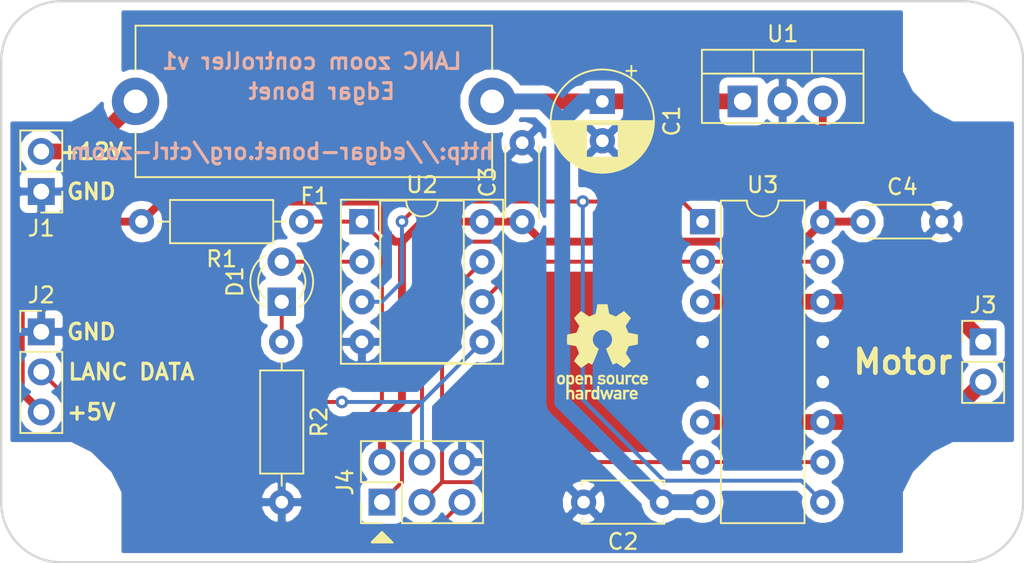
<source format=kicad_pcb>
(kicad_pcb (version 20171130) (host pcbnew 5.0.2+dfsg1-1)

  (general
    (thickness 1.6)
    (drawings 18)
    (tracks 85)
    (zones 0)
    (modules 20)
    (nets 14)
  )

  (page A4)
  (layers
    (0 F.Cu signal)
    (31 B.Cu signal)
    (36 B.SilkS user hide)
    (37 F.SilkS user)
    (38 B.Mask user hide)
    (39 F.Mask user hide)
    (41 Cmts.User user)
    (44 Edge.Cuts user)
    (45 Margin user hide)
    (46 B.CrtYd user hide)
    (47 F.CrtYd user hide)
    (48 B.Fab user hide)
    (49 F.Fab user hide)
  )

  (setup
    (last_trace_width 0.25)
    (user_trace_width 0.5)
    (user_trace_width 1)
    (trace_clearance 0.2)
    (zone_clearance 0.508)
    (zone_45_only no)
    (trace_min 0.2)
    (segment_width 0.2)
    (edge_width 0.15)
    (via_size 0.8)
    (via_drill 0.4)
    (via_min_size 0.4)
    (via_min_drill 0.3)
    (user_via 1.6 0.8)
    (user_via 3.2 1.6)
    (uvia_size 0.3)
    (uvia_drill 0.1)
    (uvias_allowed no)
    (uvia_min_size 0.2)
    (uvia_min_drill 0.1)
    (pcb_text_width 0.3)
    (pcb_text_size 1.5 1.5)
    (mod_edge_width 0.15)
    (mod_text_size 1 1)
    (mod_text_width 0.15)
    (pad_size 1.6 1.6)
    (pad_drill 0.8)
    (pad_to_mask_clearance 0.051)
    (solder_mask_min_width 0.25)
    (aux_axis_origin 0 0)
    (visible_elements FFFFFF7F)
    (pcbplotparams
      (layerselection 0x010fc_ffffffff)
      (usegerberextensions false)
      (usegerberattributes false)
      (usegerberadvancedattributes false)
      (creategerberjobfile false)
      (excludeedgelayer true)
      (linewidth 0.100000)
      (plotframeref false)
      (viasonmask false)
      (mode 1)
      (useauxorigin false)
      (hpglpennumber 1)
      (hpglpenspeed 20)
      (hpglpendiameter 15.000000)
      (psnegative false)
      (psa4output false)
      (plotreference true)
      (plotvalue true)
      (plotinvisibletext false)
      (padsonsilk false)
      (subtractmaskfromsilk false)
      (outputformat 1)
      (mirror false)
      (drillshape 1)
      (scaleselection 1)
      (outputdirectory ""))
  )

  (net 0 "")
  (net 1 /RESET)
  (net 2 +5V)
  (net 3 GND)
  (net 4 "Net-(D1-Pad1)")
  (net 5 +12V)
  (net 6 "Net-(D1-Pad2)")
  (net 7 /MISO)
  (net 8 "Net-(U2-Pad3)")
  (net 9 /SCK)
  (net 10 "Net-(J3-Pad1)")
  (net 11 "Net-(J3-Pad2)")
  (net 12 "Net-(F1-Pad2)")
  (net 13 /MOSI)

  (net_class Default "This is the default net class."
    (clearance 0.2)
    (trace_width 0.25)
    (via_dia 0.8)
    (via_drill 0.4)
    (uvia_dia 0.3)
    (uvia_drill 0.1)
    (add_net +5V)
    (add_net /MISO)
    (add_net /MOSI)
    (add_net /RESET)
    (add_net /SCK)
    (add_net GND)
    (add_net "Net-(D1-Pad1)")
    (add_net "Net-(D1-Pad2)")
    (add_net "Net-(F1-Pad2)")
    (add_net "Net-(J3-Pad1)")
    (add_net "Net-(J3-Pad2)")
    (add_net "Net-(U2-Pad3)")
  )

  (net_class Power ""
    (clearance 0.4)
    (trace_width 0.5)
    (via_dia 1.6)
    (via_drill 0.8)
    (uvia_dia 0.3)
    (uvia_drill 0.1)
    (add_net +12V)
  )

  (module Package_DIP:DIP-8_W7.62mm_Socket (layer F.Cu) (tedit 5A02E8C5) (tstamp 5DCB9910)
    (at 143.51 85.09)
    (descr "8-lead though-hole mounted DIP package, row spacing 7.62 mm (300 mils), Socket")
    (tags "THT DIP DIL PDIP 2.54mm 7.62mm 300mil Socket")
    (path /5DBEDB47)
    (fp_text reference U2 (at 3.81 -2.33) (layer F.SilkS)
      (effects (font (size 1 1) (thickness 0.15)))
    )
    (fp_text value ATtiny25-20PU (at 3.81 9.95) (layer F.Fab)
      (effects (font (size 1 1) (thickness 0.15)))
    )
    (fp_arc (start 3.81 -1.33) (end 2.81 -1.33) (angle -180) (layer F.SilkS) (width 0.12))
    (fp_line (start 1.635 -1.27) (end 6.985 -1.27) (layer F.Fab) (width 0.1))
    (fp_line (start 6.985 -1.27) (end 6.985 8.89) (layer F.Fab) (width 0.1))
    (fp_line (start 6.985 8.89) (end 0.635 8.89) (layer F.Fab) (width 0.1))
    (fp_line (start 0.635 8.89) (end 0.635 -0.27) (layer F.Fab) (width 0.1))
    (fp_line (start 0.635 -0.27) (end 1.635 -1.27) (layer F.Fab) (width 0.1))
    (fp_line (start -1.27 -1.33) (end -1.27 8.95) (layer F.Fab) (width 0.1))
    (fp_line (start -1.27 8.95) (end 8.89 8.95) (layer F.Fab) (width 0.1))
    (fp_line (start 8.89 8.95) (end 8.89 -1.33) (layer F.Fab) (width 0.1))
    (fp_line (start 8.89 -1.33) (end -1.27 -1.33) (layer F.Fab) (width 0.1))
    (fp_line (start 2.81 -1.33) (end 1.16 -1.33) (layer F.SilkS) (width 0.12))
    (fp_line (start 1.16 -1.33) (end 1.16 8.95) (layer F.SilkS) (width 0.12))
    (fp_line (start 1.16 8.95) (end 6.46 8.95) (layer F.SilkS) (width 0.12))
    (fp_line (start 6.46 8.95) (end 6.46 -1.33) (layer F.SilkS) (width 0.12))
    (fp_line (start 6.46 -1.33) (end 4.81 -1.33) (layer F.SilkS) (width 0.12))
    (fp_line (start -1.33 -1.39) (end -1.33 9.01) (layer F.SilkS) (width 0.12))
    (fp_line (start -1.33 9.01) (end 8.95 9.01) (layer F.SilkS) (width 0.12))
    (fp_line (start 8.95 9.01) (end 8.95 -1.39) (layer F.SilkS) (width 0.12))
    (fp_line (start 8.95 -1.39) (end -1.33 -1.39) (layer F.SilkS) (width 0.12))
    (fp_line (start -1.55 -1.6) (end -1.55 9.2) (layer F.CrtYd) (width 0.05))
    (fp_line (start -1.55 9.2) (end 9.15 9.2) (layer F.CrtYd) (width 0.05))
    (fp_line (start 9.15 9.2) (end 9.15 -1.6) (layer F.CrtYd) (width 0.05))
    (fp_line (start 9.15 -1.6) (end -1.55 -1.6) (layer F.CrtYd) (width 0.05))
    (fp_text user %R (at 3.81 3.81) (layer F.Fab)
      (effects (font (size 1 1) (thickness 0.15)))
    )
    (pad 1 thru_hole rect (at 0 0) (size 1.6 1.6) (drill 0.8) (layers *.Cu *.Mask)
      (net 1 /RESET))
    (pad 5 thru_hole oval (at 7.62 7.62) (size 1.6 1.6) (drill 0.8) (layers *.Cu *.Mask)
      (net 13 /MOSI))
    (pad 2 thru_hole oval (at 0 2.54) (size 1.6 1.6) (drill 0.8) (layers *.Cu *.Mask)
      (net 6 "Net-(D1-Pad2)"))
    (pad 6 thru_hole oval (at 7.62 5.08) (size 1.6 1.6) (drill 0.8) (layers *.Cu *.Mask)
      (net 7 /MISO))
    (pad 3 thru_hole oval (at 0 5.08) (size 1.6 1.6) (drill 0.8) (layers *.Cu *.Mask)
      (net 8 "Net-(U2-Pad3)"))
    (pad 7 thru_hole oval (at 7.62 2.54) (size 1.6 1.6) (drill 0.8) (layers *.Cu *.Mask)
      (net 9 /SCK))
    (pad 4 thru_hole oval (at 0 7.62) (size 1.6 1.6) (drill 0.8) (layers *.Cu *.Mask)
      (net 3 GND))
    (pad 8 thru_hole oval (at 7.62 0) (size 1.6 1.6) (drill 0.8) (layers *.Cu *.Mask)
      (net 2 +5V))
    (model ${KISYS3DMOD}/Package_DIP.3dshapes/DIP-8_W7.62mm_Socket.wrl
      (at (xyz 0 0 0))
      (scale (xyz 1 1 1))
      (rotate (xyz 0 0 0))
    )
  )

  (module Capacitor_THT:CP_Radial_D6.3mm_P2.50mm (layer F.Cu) (tedit 5AE50EF0) (tstamp 5DCB94A9)
    (at 158.75 77.47 270)
    (descr "CP, Radial series, Radial, pin pitch=2.50mm, , diameter=6.3mm, Electrolytic Capacitor")
    (tags "CP Radial series Radial pin pitch 2.50mm  diameter 6.3mm Electrolytic Capacitor")
    (path /5DBEE1C0)
    (fp_text reference C1 (at 1.25 -4.4 270) (layer F.SilkS)
      (effects (font (size 1 1) (thickness 0.15)))
    )
    (fp_text value "100 µF" (at 1.25 4.4 270) (layer F.Fab)
      (effects (font (size 1 1) (thickness 0.15)))
    )
    (fp_circle (center 1.25 0) (end 4.4 0) (layer F.Fab) (width 0.1))
    (fp_circle (center 1.25 0) (end 4.52 0) (layer F.SilkS) (width 0.12))
    (fp_circle (center 1.25 0) (end 4.65 0) (layer F.CrtYd) (width 0.05))
    (fp_line (start -1.443972 -1.3735) (end -0.813972 -1.3735) (layer F.Fab) (width 0.1))
    (fp_line (start -1.128972 -1.6885) (end -1.128972 -1.0585) (layer F.Fab) (width 0.1))
    (fp_line (start 1.25 -3.23) (end 1.25 3.23) (layer F.SilkS) (width 0.12))
    (fp_line (start 1.29 -3.23) (end 1.29 3.23) (layer F.SilkS) (width 0.12))
    (fp_line (start 1.33 -3.23) (end 1.33 3.23) (layer F.SilkS) (width 0.12))
    (fp_line (start 1.37 -3.228) (end 1.37 3.228) (layer F.SilkS) (width 0.12))
    (fp_line (start 1.41 -3.227) (end 1.41 3.227) (layer F.SilkS) (width 0.12))
    (fp_line (start 1.45 -3.224) (end 1.45 3.224) (layer F.SilkS) (width 0.12))
    (fp_line (start 1.49 -3.222) (end 1.49 -1.04) (layer F.SilkS) (width 0.12))
    (fp_line (start 1.49 1.04) (end 1.49 3.222) (layer F.SilkS) (width 0.12))
    (fp_line (start 1.53 -3.218) (end 1.53 -1.04) (layer F.SilkS) (width 0.12))
    (fp_line (start 1.53 1.04) (end 1.53 3.218) (layer F.SilkS) (width 0.12))
    (fp_line (start 1.57 -3.215) (end 1.57 -1.04) (layer F.SilkS) (width 0.12))
    (fp_line (start 1.57 1.04) (end 1.57 3.215) (layer F.SilkS) (width 0.12))
    (fp_line (start 1.61 -3.211) (end 1.61 -1.04) (layer F.SilkS) (width 0.12))
    (fp_line (start 1.61 1.04) (end 1.61 3.211) (layer F.SilkS) (width 0.12))
    (fp_line (start 1.65 -3.206) (end 1.65 -1.04) (layer F.SilkS) (width 0.12))
    (fp_line (start 1.65 1.04) (end 1.65 3.206) (layer F.SilkS) (width 0.12))
    (fp_line (start 1.69 -3.201) (end 1.69 -1.04) (layer F.SilkS) (width 0.12))
    (fp_line (start 1.69 1.04) (end 1.69 3.201) (layer F.SilkS) (width 0.12))
    (fp_line (start 1.73 -3.195) (end 1.73 -1.04) (layer F.SilkS) (width 0.12))
    (fp_line (start 1.73 1.04) (end 1.73 3.195) (layer F.SilkS) (width 0.12))
    (fp_line (start 1.77 -3.189) (end 1.77 -1.04) (layer F.SilkS) (width 0.12))
    (fp_line (start 1.77 1.04) (end 1.77 3.189) (layer F.SilkS) (width 0.12))
    (fp_line (start 1.81 -3.182) (end 1.81 -1.04) (layer F.SilkS) (width 0.12))
    (fp_line (start 1.81 1.04) (end 1.81 3.182) (layer F.SilkS) (width 0.12))
    (fp_line (start 1.85 -3.175) (end 1.85 -1.04) (layer F.SilkS) (width 0.12))
    (fp_line (start 1.85 1.04) (end 1.85 3.175) (layer F.SilkS) (width 0.12))
    (fp_line (start 1.89 -3.167) (end 1.89 -1.04) (layer F.SilkS) (width 0.12))
    (fp_line (start 1.89 1.04) (end 1.89 3.167) (layer F.SilkS) (width 0.12))
    (fp_line (start 1.93 -3.159) (end 1.93 -1.04) (layer F.SilkS) (width 0.12))
    (fp_line (start 1.93 1.04) (end 1.93 3.159) (layer F.SilkS) (width 0.12))
    (fp_line (start 1.971 -3.15) (end 1.971 -1.04) (layer F.SilkS) (width 0.12))
    (fp_line (start 1.971 1.04) (end 1.971 3.15) (layer F.SilkS) (width 0.12))
    (fp_line (start 2.011 -3.141) (end 2.011 -1.04) (layer F.SilkS) (width 0.12))
    (fp_line (start 2.011 1.04) (end 2.011 3.141) (layer F.SilkS) (width 0.12))
    (fp_line (start 2.051 -3.131) (end 2.051 -1.04) (layer F.SilkS) (width 0.12))
    (fp_line (start 2.051 1.04) (end 2.051 3.131) (layer F.SilkS) (width 0.12))
    (fp_line (start 2.091 -3.121) (end 2.091 -1.04) (layer F.SilkS) (width 0.12))
    (fp_line (start 2.091 1.04) (end 2.091 3.121) (layer F.SilkS) (width 0.12))
    (fp_line (start 2.131 -3.11) (end 2.131 -1.04) (layer F.SilkS) (width 0.12))
    (fp_line (start 2.131 1.04) (end 2.131 3.11) (layer F.SilkS) (width 0.12))
    (fp_line (start 2.171 -3.098) (end 2.171 -1.04) (layer F.SilkS) (width 0.12))
    (fp_line (start 2.171 1.04) (end 2.171 3.098) (layer F.SilkS) (width 0.12))
    (fp_line (start 2.211 -3.086) (end 2.211 -1.04) (layer F.SilkS) (width 0.12))
    (fp_line (start 2.211 1.04) (end 2.211 3.086) (layer F.SilkS) (width 0.12))
    (fp_line (start 2.251 -3.074) (end 2.251 -1.04) (layer F.SilkS) (width 0.12))
    (fp_line (start 2.251 1.04) (end 2.251 3.074) (layer F.SilkS) (width 0.12))
    (fp_line (start 2.291 -3.061) (end 2.291 -1.04) (layer F.SilkS) (width 0.12))
    (fp_line (start 2.291 1.04) (end 2.291 3.061) (layer F.SilkS) (width 0.12))
    (fp_line (start 2.331 -3.047) (end 2.331 -1.04) (layer F.SilkS) (width 0.12))
    (fp_line (start 2.331 1.04) (end 2.331 3.047) (layer F.SilkS) (width 0.12))
    (fp_line (start 2.371 -3.033) (end 2.371 -1.04) (layer F.SilkS) (width 0.12))
    (fp_line (start 2.371 1.04) (end 2.371 3.033) (layer F.SilkS) (width 0.12))
    (fp_line (start 2.411 -3.018) (end 2.411 -1.04) (layer F.SilkS) (width 0.12))
    (fp_line (start 2.411 1.04) (end 2.411 3.018) (layer F.SilkS) (width 0.12))
    (fp_line (start 2.451 -3.002) (end 2.451 -1.04) (layer F.SilkS) (width 0.12))
    (fp_line (start 2.451 1.04) (end 2.451 3.002) (layer F.SilkS) (width 0.12))
    (fp_line (start 2.491 -2.986) (end 2.491 -1.04) (layer F.SilkS) (width 0.12))
    (fp_line (start 2.491 1.04) (end 2.491 2.986) (layer F.SilkS) (width 0.12))
    (fp_line (start 2.531 -2.97) (end 2.531 -1.04) (layer F.SilkS) (width 0.12))
    (fp_line (start 2.531 1.04) (end 2.531 2.97) (layer F.SilkS) (width 0.12))
    (fp_line (start 2.571 -2.952) (end 2.571 -1.04) (layer F.SilkS) (width 0.12))
    (fp_line (start 2.571 1.04) (end 2.571 2.952) (layer F.SilkS) (width 0.12))
    (fp_line (start 2.611 -2.934) (end 2.611 -1.04) (layer F.SilkS) (width 0.12))
    (fp_line (start 2.611 1.04) (end 2.611 2.934) (layer F.SilkS) (width 0.12))
    (fp_line (start 2.651 -2.916) (end 2.651 -1.04) (layer F.SilkS) (width 0.12))
    (fp_line (start 2.651 1.04) (end 2.651 2.916) (layer F.SilkS) (width 0.12))
    (fp_line (start 2.691 -2.896) (end 2.691 -1.04) (layer F.SilkS) (width 0.12))
    (fp_line (start 2.691 1.04) (end 2.691 2.896) (layer F.SilkS) (width 0.12))
    (fp_line (start 2.731 -2.876) (end 2.731 -1.04) (layer F.SilkS) (width 0.12))
    (fp_line (start 2.731 1.04) (end 2.731 2.876) (layer F.SilkS) (width 0.12))
    (fp_line (start 2.771 -2.856) (end 2.771 -1.04) (layer F.SilkS) (width 0.12))
    (fp_line (start 2.771 1.04) (end 2.771 2.856) (layer F.SilkS) (width 0.12))
    (fp_line (start 2.811 -2.834) (end 2.811 -1.04) (layer F.SilkS) (width 0.12))
    (fp_line (start 2.811 1.04) (end 2.811 2.834) (layer F.SilkS) (width 0.12))
    (fp_line (start 2.851 -2.812) (end 2.851 -1.04) (layer F.SilkS) (width 0.12))
    (fp_line (start 2.851 1.04) (end 2.851 2.812) (layer F.SilkS) (width 0.12))
    (fp_line (start 2.891 -2.79) (end 2.891 -1.04) (layer F.SilkS) (width 0.12))
    (fp_line (start 2.891 1.04) (end 2.891 2.79) (layer F.SilkS) (width 0.12))
    (fp_line (start 2.931 -2.766) (end 2.931 -1.04) (layer F.SilkS) (width 0.12))
    (fp_line (start 2.931 1.04) (end 2.931 2.766) (layer F.SilkS) (width 0.12))
    (fp_line (start 2.971 -2.742) (end 2.971 -1.04) (layer F.SilkS) (width 0.12))
    (fp_line (start 2.971 1.04) (end 2.971 2.742) (layer F.SilkS) (width 0.12))
    (fp_line (start 3.011 -2.716) (end 3.011 -1.04) (layer F.SilkS) (width 0.12))
    (fp_line (start 3.011 1.04) (end 3.011 2.716) (layer F.SilkS) (width 0.12))
    (fp_line (start 3.051 -2.69) (end 3.051 -1.04) (layer F.SilkS) (width 0.12))
    (fp_line (start 3.051 1.04) (end 3.051 2.69) (layer F.SilkS) (width 0.12))
    (fp_line (start 3.091 -2.664) (end 3.091 -1.04) (layer F.SilkS) (width 0.12))
    (fp_line (start 3.091 1.04) (end 3.091 2.664) (layer F.SilkS) (width 0.12))
    (fp_line (start 3.131 -2.636) (end 3.131 -1.04) (layer F.SilkS) (width 0.12))
    (fp_line (start 3.131 1.04) (end 3.131 2.636) (layer F.SilkS) (width 0.12))
    (fp_line (start 3.171 -2.607) (end 3.171 -1.04) (layer F.SilkS) (width 0.12))
    (fp_line (start 3.171 1.04) (end 3.171 2.607) (layer F.SilkS) (width 0.12))
    (fp_line (start 3.211 -2.578) (end 3.211 -1.04) (layer F.SilkS) (width 0.12))
    (fp_line (start 3.211 1.04) (end 3.211 2.578) (layer F.SilkS) (width 0.12))
    (fp_line (start 3.251 -2.548) (end 3.251 -1.04) (layer F.SilkS) (width 0.12))
    (fp_line (start 3.251 1.04) (end 3.251 2.548) (layer F.SilkS) (width 0.12))
    (fp_line (start 3.291 -2.516) (end 3.291 -1.04) (layer F.SilkS) (width 0.12))
    (fp_line (start 3.291 1.04) (end 3.291 2.516) (layer F.SilkS) (width 0.12))
    (fp_line (start 3.331 -2.484) (end 3.331 -1.04) (layer F.SilkS) (width 0.12))
    (fp_line (start 3.331 1.04) (end 3.331 2.484) (layer F.SilkS) (width 0.12))
    (fp_line (start 3.371 -2.45) (end 3.371 -1.04) (layer F.SilkS) (width 0.12))
    (fp_line (start 3.371 1.04) (end 3.371 2.45) (layer F.SilkS) (width 0.12))
    (fp_line (start 3.411 -2.416) (end 3.411 -1.04) (layer F.SilkS) (width 0.12))
    (fp_line (start 3.411 1.04) (end 3.411 2.416) (layer F.SilkS) (width 0.12))
    (fp_line (start 3.451 -2.38) (end 3.451 -1.04) (layer F.SilkS) (width 0.12))
    (fp_line (start 3.451 1.04) (end 3.451 2.38) (layer F.SilkS) (width 0.12))
    (fp_line (start 3.491 -2.343) (end 3.491 -1.04) (layer F.SilkS) (width 0.12))
    (fp_line (start 3.491 1.04) (end 3.491 2.343) (layer F.SilkS) (width 0.12))
    (fp_line (start 3.531 -2.305) (end 3.531 -1.04) (layer F.SilkS) (width 0.12))
    (fp_line (start 3.531 1.04) (end 3.531 2.305) (layer F.SilkS) (width 0.12))
    (fp_line (start 3.571 -2.265) (end 3.571 2.265) (layer F.SilkS) (width 0.12))
    (fp_line (start 3.611 -2.224) (end 3.611 2.224) (layer F.SilkS) (width 0.12))
    (fp_line (start 3.651 -2.182) (end 3.651 2.182) (layer F.SilkS) (width 0.12))
    (fp_line (start 3.691 -2.137) (end 3.691 2.137) (layer F.SilkS) (width 0.12))
    (fp_line (start 3.731 -2.092) (end 3.731 2.092) (layer F.SilkS) (width 0.12))
    (fp_line (start 3.771 -2.044) (end 3.771 2.044) (layer F.SilkS) (width 0.12))
    (fp_line (start 3.811 -1.995) (end 3.811 1.995) (layer F.SilkS) (width 0.12))
    (fp_line (start 3.851 -1.944) (end 3.851 1.944) (layer F.SilkS) (width 0.12))
    (fp_line (start 3.891 -1.89) (end 3.891 1.89) (layer F.SilkS) (width 0.12))
    (fp_line (start 3.931 -1.834) (end 3.931 1.834) (layer F.SilkS) (width 0.12))
    (fp_line (start 3.971 -1.776) (end 3.971 1.776) (layer F.SilkS) (width 0.12))
    (fp_line (start 4.011 -1.714) (end 4.011 1.714) (layer F.SilkS) (width 0.12))
    (fp_line (start 4.051 -1.65) (end 4.051 1.65) (layer F.SilkS) (width 0.12))
    (fp_line (start 4.091 -1.581) (end 4.091 1.581) (layer F.SilkS) (width 0.12))
    (fp_line (start 4.131 -1.509) (end 4.131 1.509) (layer F.SilkS) (width 0.12))
    (fp_line (start 4.171 -1.432) (end 4.171 1.432) (layer F.SilkS) (width 0.12))
    (fp_line (start 4.211 -1.35) (end 4.211 1.35) (layer F.SilkS) (width 0.12))
    (fp_line (start 4.251 -1.262) (end 4.251 1.262) (layer F.SilkS) (width 0.12))
    (fp_line (start 4.291 -1.165) (end 4.291 1.165) (layer F.SilkS) (width 0.12))
    (fp_line (start 4.331 -1.059) (end 4.331 1.059) (layer F.SilkS) (width 0.12))
    (fp_line (start 4.371 -0.94) (end 4.371 0.94) (layer F.SilkS) (width 0.12))
    (fp_line (start 4.411 -0.802) (end 4.411 0.802) (layer F.SilkS) (width 0.12))
    (fp_line (start 4.451 -0.633) (end 4.451 0.633) (layer F.SilkS) (width 0.12))
    (fp_line (start 4.491 -0.402) (end 4.491 0.402) (layer F.SilkS) (width 0.12))
    (fp_line (start -2.250241 -1.839) (end -1.620241 -1.839) (layer F.SilkS) (width 0.12))
    (fp_line (start -1.935241 -2.154) (end -1.935241 -1.524) (layer F.SilkS) (width 0.12))
    (fp_text user %R (at 1.25 0 270) (layer F.Fab)
      (effects (font (size 1 1) (thickness 0.15)))
    )
    (pad 1 thru_hole rect (at 0 0 270) (size 1.6 1.6) (drill 0.8) (layers *.Cu *.Mask)
      (net 5 +12V))
    (pad 2 thru_hole circle (at 2.5 0 270) (size 1.6 1.6) (drill 0.8) (layers *.Cu *.Mask)
      (net 3 GND))
    (model ${KISYS3DMOD}/Capacitor_THT.3dshapes/CP_Radial_D6.3mm_P2.50mm.wrl
      (at (xyz 0 0 0))
      (scale (xyz 1 1 1))
      (rotate (xyz 0 0 0))
    )
  )

  (module Capacitor_THT:C_Disc_D4.3mm_W1.9mm_P5.00mm (layer F.Cu) (tedit 5AE50EF0) (tstamp 5DCB95E3)
    (at 175.26 85.09)
    (descr "C, Disc series, Radial, pin pitch=5.00mm, , diameter*width=4.3*1.9mm^2, Capacitor, http://www.vishay.com/docs/45233/krseries.pdf")
    (tags "C Disc series Radial pin pitch 5.00mm  diameter 4.3mm width 1.9mm Capacitor")
    (path /5DBEE292)
    (fp_text reference C4 (at 2.5 -2.2) (layer F.SilkS)
      (effects (font (size 1 1) (thickness 0.15)))
    )
    (fp_text value "100 nF" (at 2.5 2.2) (layer F.Fab)
      (effects (font (size 1 1) (thickness 0.15)))
    )
    (fp_text user %R (at 2.5 0) (layer F.Fab)
      (effects (font (size 0.86 0.86) (thickness 0.129)))
    )
    (fp_line (start 6.05 -1.2) (end -1.05 -1.2) (layer F.CrtYd) (width 0.05))
    (fp_line (start 6.05 1.2) (end 6.05 -1.2) (layer F.CrtYd) (width 0.05))
    (fp_line (start -1.05 1.2) (end 6.05 1.2) (layer F.CrtYd) (width 0.05))
    (fp_line (start -1.05 -1.2) (end -1.05 1.2) (layer F.CrtYd) (width 0.05))
    (fp_line (start 4.77 1.055) (end 4.77 1.07) (layer F.SilkS) (width 0.12))
    (fp_line (start 4.77 -1.07) (end 4.77 -1.055) (layer F.SilkS) (width 0.12))
    (fp_line (start 0.23 1.055) (end 0.23 1.07) (layer F.SilkS) (width 0.12))
    (fp_line (start 0.23 -1.07) (end 0.23 -1.055) (layer F.SilkS) (width 0.12))
    (fp_line (start 0.23 1.07) (end 4.77 1.07) (layer F.SilkS) (width 0.12))
    (fp_line (start 0.23 -1.07) (end 4.77 -1.07) (layer F.SilkS) (width 0.12))
    (fp_line (start 4.65 -0.95) (end 0.35 -0.95) (layer F.Fab) (width 0.1))
    (fp_line (start 4.65 0.95) (end 4.65 -0.95) (layer F.Fab) (width 0.1))
    (fp_line (start 0.35 0.95) (end 4.65 0.95) (layer F.Fab) (width 0.1))
    (fp_line (start 0.35 -0.95) (end 0.35 0.95) (layer F.Fab) (width 0.1))
    (pad 2 thru_hole circle (at 5 0) (size 1.6 1.6) (drill 0.8) (layers *.Cu *.Mask)
      (net 3 GND))
    (pad 1 thru_hole circle (at 0 0) (size 1.6 1.6) (drill 0.8) (layers *.Cu *.Mask)
      (net 2 +5V))
    (model ${KISYS3DMOD}/Capacitor_THT.3dshapes/C_Disc_D4.3mm_W1.9mm_P5.00mm.wrl
      (at (xyz 0 0 0))
      (scale (xyz 1 1 1))
      (rotate (xyz 0 0 0))
    )
  )

  (module Capacitor_THT:C_Disc_D4.3mm_W1.9mm_P5.00mm (layer F.Cu) (tedit 5AE50EF0) (tstamp 5DCB961F)
    (at 153.67 85.09 90)
    (descr "C, Disc series, Radial, pin pitch=5.00mm, , diameter*width=4.3*1.9mm^2, Capacitor, http://www.vishay.com/docs/45233/krseries.pdf")
    (tags "C Disc series Radial pin pitch 5.00mm  diameter 4.3mm width 1.9mm Capacitor")
    (path /5DBEE2DE)
    (fp_text reference C3 (at 2.5 -2.2 90) (layer F.SilkS)
      (effects (font (size 1 1) (thickness 0.15)))
    )
    (fp_text value "100 nF" (at 2.5 2.2 90) (layer F.Fab)
      (effects (font (size 1 1) (thickness 0.15)))
    )
    (fp_line (start 0.35 -0.95) (end 0.35 0.95) (layer F.Fab) (width 0.1))
    (fp_line (start 0.35 0.95) (end 4.65 0.95) (layer F.Fab) (width 0.1))
    (fp_line (start 4.65 0.95) (end 4.65 -0.95) (layer F.Fab) (width 0.1))
    (fp_line (start 4.65 -0.95) (end 0.35 -0.95) (layer F.Fab) (width 0.1))
    (fp_line (start 0.23 -1.07) (end 4.77 -1.07) (layer F.SilkS) (width 0.12))
    (fp_line (start 0.23 1.07) (end 4.77 1.07) (layer F.SilkS) (width 0.12))
    (fp_line (start 0.23 -1.07) (end 0.23 -1.055) (layer F.SilkS) (width 0.12))
    (fp_line (start 0.23 1.055) (end 0.23 1.07) (layer F.SilkS) (width 0.12))
    (fp_line (start 4.77 -1.07) (end 4.77 -1.055) (layer F.SilkS) (width 0.12))
    (fp_line (start 4.77 1.055) (end 4.77 1.07) (layer F.SilkS) (width 0.12))
    (fp_line (start -1.05 -1.2) (end -1.05 1.2) (layer F.CrtYd) (width 0.05))
    (fp_line (start -1.05 1.2) (end 6.05 1.2) (layer F.CrtYd) (width 0.05))
    (fp_line (start 6.05 1.2) (end 6.05 -1.2) (layer F.CrtYd) (width 0.05))
    (fp_line (start 6.05 -1.2) (end -1.05 -1.2) (layer F.CrtYd) (width 0.05))
    (fp_text user %R (at 2.5 0 90) (layer F.Fab)
      (effects (font (size 0.86 0.86) (thickness 0.129)))
    )
    (pad 1 thru_hole circle (at 0 0 90) (size 1.6 1.6) (drill 0.8) (layers *.Cu *.Mask)
      (net 2 +5V))
    (pad 2 thru_hole circle (at 5 0 90) (size 1.6 1.6) (drill 0.8) (layers *.Cu *.Mask)
      (net 3 GND))
    (model ${KISYS3DMOD}/Capacitor_THT.3dshapes/C_Disc_D4.3mm_W1.9mm_P5.00mm.wrl
      (at (xyz 0 0 0))
      (scale (xyz 1 1 1))
      (rotate (xyz 0 0 0))
    )
  )

  (module Capacitor_THT:C_Disc_D5.0mm_W2.5mm_P5.00mm (layer F.Cu) (tedit 5AE50EF0) (tstamp 5DCB965B)
    (at 162.56 102.87 180)
    (descr "C, Disc series, Radial, pin pitch=5.00mm, , diameter*width=5*2.5mm^2, Capacitor, http://cdn-reichelt.de/documents/datenblatt/B300/DS_KERKO_TC.pdf")
    (tags "C Disc series Radial pin pitch 5.00mm  diameter 5mm width 2.5mm Capacitor")
    (path /5DC15569)
    (fp_text reference C2 (at 2.5 -2.5 180) (layer F.SilkS)
      (effects (font (size 1 1) (thickness 0.15)))
    )
    (fp_text value "1 µF" (at 2.5 2.5 180) (layer F.Fab)
      (effects (font (size 1 1) (thickness 0.15)))
    )
    (fp_line (start 0 -1.25) (end 0 1.25) (layer F.Fab) (width 0.1))
    (fp_line (start 0 1.25) (end 5 1.25) (layer F.Fab) (width 0.1))
    (fp_line (start 5 1.25) (end 5 -1.25) (layer F.Fab) (width 0.1))
    (fp_line (start 5 -1.25) (end 0 -1.25) (layer F.Fab) (width 0.1))
    (fp_line (start -0.12 -1.37) (end 5.12 -1.37) (layer F.SilkS) (width 0.12))
    (fp_line (start -0.12 1.37) (end 5.12 1.37) (layer F.SilkS) (width 0.12))
    (fp_line (start -0.12 -1.37) (end -0.12 -1.055) (layer F.SilkS) (width 0.12))
    (fp_line (start -0.12 1.055) (end -0.12 1.37) (layer F.SilkS) (width 0.12))
    (fp_line (start 5.12 -1.37) (end 5.12 -1.055) (layer F.SilkS) (width 0.12))
    (fp_line (start 5.12 1.055) (end 5.12 1.37) (layer F.SilkS) (width 0.12))
    (fp_line (start -1.05 -1.5) (end -1.05 1.5) (layer F.CrtYd) (width 0.05))
    (fp_line (start -1.05 1.5) (end 6.05 1.5) (layer F.CrtYd) (width 0.05))
    (fp_line (start 6.05 1.5) (end 6.05 -1.5) (layer F.CrtYd) (width 0.05))
    (fp_line (start 6.05 -1.5) (end -1.05 -1.5) (layer F.CrtYd) (width 0.05))
    (fp_text user %R (at 2.5 0 180) (layer F.Fab)
      (effects (font (size 1 1) (thickness 0.15)))
    )
    (pad 1 thru_hole circle (at 0 0 180) (size 1.6 1.6) (drill 0.8) (layers *.Cu *.Mask)
      (net 5 +12V))
    (pad 2 thru_hole circle (at 5 0 180) (size 1.6 1.6) (drill 0.8) (layers *.Cu *.Mask)
      (net 3 GND))
    (model ${KISYS3DMOD}/Capacitor_THT.3dshapes/C_Disc_D5.0mm_W2.5mm_P5.00mm.wrl
      (at (xyz 0 0 0))
      (scale (xyz 1 1 1))
      (rotate (xyz 0 0 0))
    )
  )

  (module Connector_PinHeader_2.54mm:PinHeader_1x02_P2.54mm_Vertical (layer F.Cu) (tedit 59FED5CC) (tstamp 5DCB97C7)
    (at 182.88 92.71)
    (descr "Through hole straight pin header, 1x02, 2.54mm pitch, single row")
    (tags "Through hole pin header THT 1x02 2.54mm single row")
    (path /5DBEE790)
    (fp_text reference J3 (at 0 -2.33) (layer F.SilkS)
      (effects (font (size 1 1) (thickness 0.15)))
    )
    (fp_text value Conn_01x02 (at 0 4.87) (layer F.Fab)
      (effects (font (size 1 1) (thickness 0.15)))
    )
    (fp_text user %R (at 0 1.27 90) (layer F.Fab)
      (effects (font (size 1 1) (thickness 0.15)))
    )
    (fp_line (start 1.8 -1.8) (end -1.8 -1.8) (layer F.CrtYd) (width 0.05))
    (fp_line (start 1.8 4.35) (end 1.8 -1.8) (layer F.CrtYd) (width 0.05))
    (fp_line (start -1.8 4.35) (end 1.8 4.35) (layer F.CrtYd) (width 0.05))
    (fp_line (start -1.8 -1.8) (end -1.8 4.35) (layer F.CrtYd) (width 0.05))
    (fp_line (start -1.33 -1.33) (end 0 -1.33) (layer F.SilkS) (width 0.12))
    (fp_line (start -1.33 0) (end -1.33 -1.33) (layer F.SilkS) (width 0.12))
    (fp_line (start -1.33 1.27) (end 1.33 1.27) (layer F.SilkS) (width 0.12))
    (fp_line (start 1.33 1.27) (end 1.33 3.87) (layer F.SilkS) (width 0.12))
    (fp_line (start -1.33 1.27) (end -1.33 3.87) (layer F.SilkS) (width 0.12))
    (fp_line (start -1.33 3.87) (end 1.33 3.87) (layer F.SilkS) (width 0.12))
    (fp_line (start -1.27 -0.635) (end -0.635 -1.27) (layer F.Fab) (width 0.1))
    (fp_line (start -1.27 3.81) (end -1.27 -0.635) (layer F.Fab) (width 0.1))
    (fp_line (start 1.27 3.81) (end -1.27 3.81) (layer F.Fab) (width 0.1))
    (fp_line (start 1.27 -1.27) (end 1.27 3.81) (layer F.Fab) (width 0.1))
    (fp_line (start -0.635 -1.27) (end 1.27 -1.27) (layer F.Fab) (width 0.1))
    (pad 2 thru_hole oval (at 0 2.54) (size 1.7 1.7) (drill 1) (layers *.Cu *.Mask)
      (net 11 "Net-(J3-Pad2)"))
    (pad 1 thru_hole rect (at 0 0) (size 1.7 1.7) (drill 1) (layers *.Cu *.Mask)
      (net 10 "Net-(J3-Pad1)"))
    (model ${KISYS3DMOD}/Connector_PinHeader_2.54mm.3dshapes/PinHeader_1x02_P2.54mm_Vertical.wrl
      (at (xyz 0 0 0))
      (scale (xyz 1 1 1))
      (rotate (xyz 0 0 0))
    )
  )

  (module Connector_PinHeader_2.54mm:PinHeader_1x02_P2.54mm_Vertical (layer F.Cu) (tedit 59FED5CC) (tstamp 5DCB9752)
    (at 123.19 83.185 180)
    (descr "Through hole straight pin header, 1x02, 2.54mm pitch, single row")
    (tags "Through hole pin header THT 1x02 2.54mm single row")
    (path /5DBEE6CA)
    (fp_text reference J1 (at 0 -2.33 180) (layer F.SilkS)
      (effects (font (size 1 1) (thickness 0.15)))
    )
    (fp_text value Conn_01x02 (at 0 4.87 180) (layer F.Fab)
      (effects (font (size 1 1) (thickness 0.15)))
    )
    (fp_line (start -0.635 -1.27) (end 1.27 -1.27) (layer F.Fab) (width 0.1))
    (fp_line (start 1.27 -1.27) (end 1.27 3.81) (layer F.Fab) (width 0.1))
    (fp_line (start 1.27 3.81) (end -1.27 3.81) (layer F.Fab) (width 0.1))
    (fp_line (start -1.27 3.81) (end -1.27 -0.635) (layer F.Fab) (width 0.1))
    (fp_line (start -1.27 -0.635) (end -0.635 -1.27) (layer F.Fab) (width 0.1))
    (fp_line (start -1.33 3.87) (end 1.33 3.87) (layer F.SilkS) (width 0.12))
    (fp_line (start -1.33 1.27) (end -1.33 3.87) (layer F.SilkS) (width 0.12))
    (fp_line (start 1.33 1.27) (end 1.33 3.87) (layer F.SilkS) (width 0.12))
    (fp_line (start -1.33 1.27) (end 1.33 1.27) (layer F.SilkS) (width 0.12))
    (fp_line (start -1.33 0) (end -1.33 -1.33) (layer F.SilkS) (width 0.12))
    (fp_line (start -1.33 -1.33) (end 0 -1.33) (layer F.SilkS) (width 0.12))
    (fp_line (start -1.8 -1.8) (end -1.8 4.35) (layer F.CrtYd) (width 0.05))
    (fp_line (start -1.8 4.35) (end 1.8 4.35) (layer F.CrtYd) (width 0.05))
    (fp_line (start 1.8 4.35) (end 1.8 -1.8) (layer F.CrtYd) (width 0.05))
    (fp_line (start 1.8 -1.8) (end -1.8 -1.8) (layer F.CrtYd) (width 0.05))
    (fp_text user %R (at 0 1.27 270) (layer F.Fab)
      (effects (font (size 1 1) (thickness 0.15)))
    )
    (pad 1 thru_hole rect (at 0 0 180) (size 1.7 1.7) (drill 1) (layers *.Cu *.Mask)
      (net 3 GND))
    (pad 2 thru_hole oval (at 0 2.54 180) (size 1.7 1.7) (drill 1) (layers *.Cu *.Mask)
      (net 12 "Net-(F1-Pad2)"))
    (model ${KISYS3DMOD}/Connector_PinHeader_2.54mm.3dshapes/PinHeader_1x02_P2.54mm_Vertical.wrl
      (at (xyz 0 0 0))
      (scale (xyz 1 1 1))
      (rotate (xyz 0 0 0))
    )
  )

  (module Connector_PinHeader_2.54mm:PinHeader_1x03_P2.54mm_Vertical (layer F.Cu) (tedit 59FED5CC) (tstamp 5DCB9699)
    (at 123.19 92.075)
    (descr "Through hole straight pin header, 1x03, 2.54mm pitch, single row")
    (tags "Through hole pin header THT 1x03 2.54mm single row")
    (path /5DBEE869)
    (fp_text reference J2 (at 0 -2.33) (layer F.SilkS)
      (effects (font (size 1 1) (thickness 0.15)))
    )
    (fp_text value Conn_01x03 (at 0 7.41) (layer F.Fab)
      (effects (font (size 1 1) (thickness 0.15)))
    )
    (fp_line (start -0.635 -1.27) (end 1.27 -1.27) (layer F.Fab) (width 0.1))
    (fp_line (start 1.27 -1.27) (end 1.27 6.35) (layer F.Fab) (width 0.1))
    (fp_line (start 1.27 6.35) (end -1.27 6.35) (layer F.Fab) (width 0.1))
    (fp_line (start -1.27 6.35) (end -1.27 -0.635) (layer F.Fab) (width 0.1))
    (fp_line (start -1.27 -0.635) (end -0.635 -1.27) (layer F.Fab) (width 0.1))
    (fp_line (start -1.33 6.41) (end 1.33 6.41) (layer F.SilkS) (width 0.12))
    (fp_line (start -1.33 1.27) (end -1.33 6.41) (layer F.SilkS) (width 0.12))
    (fp_line (start 1.33 1.27) (end 1.33 6.41) (layer F.SilkS) (width 0.12))
    (fp_line (start -1.33 1.27) (end 1.33 1.27) (layer F.SilkS) (width 0.12))
    (fp_line (start -1.33 0) (end -1.33 -1.33) (layer F.SilkS) (width 0.12))
    (fp_line (start -1.33 -1.33) (end 0 -1.33) (layer F.SilkS) (width 0.12))
    (fp_line (start -1.8 -1.8) (end -1.8 6.85) (layer F.CrtYd) (width 0.05))
    (fp_line (start -1.8 6.85) (end 1.8 6.85) (layer F.CrtYd) (width 0.05))
    (fp_line (start 1.8 6.85) (end 1.8 -1.8) (layer F.CrtYd) (width 0.05))
    (fp_line (start 1.8 -1.8) (end -1.8 -1.8) (layer F.CrtYd) (width 0.05))
    (fp_text user %R (at 0 2.54 90) (layer F.Fab)
      (effects (font (size 1 1) (thickness 0.15)))
    )
    (pad 1 thru_hole rect (at 0 0) (size 1.7 1.7) (drill 1) (layers *.Cu *.Mask)
      (net 3 GND))
    (pad 2 thru_hole oval (at 0 2.54) (size 1.7 1.7) (drill 1) (layers *.Cu *.Mask)
      (net 13 /MOSI))
    (pad 3 thru_hole oval (at 0 5.08) (size 1.7 1.7) (drill 1) (layers *.Cu *.Mask)
      (net 2 +5V))
    (model ${KISYS3DMOD}/Connector_PinHeader_2.54mm.3dshapes/PinHeader_1x03_P2.54mm_Vertical.wrl
      (at (xyz 0 0 0))
      (scale (xyz 1 1 1))
      (rotate (xyz 0 0 0))
    )
  )

  (module Connector_PinHeader_2.54mm:PinHeader_2x03_P2.54mm_Vertical (layer F.Cu) (tedit 59FED5CC) (tstamp 5DCB984E)
    (at 144.78 102.87 90)
    (descr "Through hole straight pin header, 2x03, 2.54mm pitch, double rows")
    (tags "Through hole pin header THT 2x03 2.54mm double row")
    (path /5DBEE97C)
    (fp_text reference J4 (at 1.27 -2.33 90) (layer F.SilkS)
      (effects (font (size 1 1) (thickness 0.15)))
    )
    (fp_text value Conn_02x03_Odd_Even (at 1.27 7.41 90) (layer F.Fab)
      (effects (font (size 1 1) (thickness 0.15)))
    )
    (fp_line (start 0 -1.27) (end 3.81 -1.27) (layer F.Fab) (width 0.1))
    (fp_line (start 3.81 -1.27) (end 3.81 6.35) (layer F.Fab) (width 0.1))
    (fp_line (start 3.81 6.35) (end -1.27 6.35) (layer F.Fab) (width 0.1))
    (fp_line (start -1.27 6.35) (end -1.27 0) (layer F.Fab) (width 0.1))
    (fp_line (start -1.27 0) (end 0 -1.27) (layer F.Fab) (width 0.1))
    (fp_line (start -1.33 6.41) (end 3.87 6.41) (layer F.SilkS) (width 0.12))
    (fp_line (start -1.33 1.27) (end -1.33 6.41) (layer F.SilkS) (width 0.12))
    (fp_line (start 3.87 -1.33) (end 3.87 6.41) (layer F.SilkS) (width 0.12))
    (fp_line (start -1.33 1.27) (end 1.27 1.27) (layer F.SilkS) (width 0.12))
    (fp_line (start 1.27 1.27) (end 1.27 -1.33) (layer F.SilkS) (width 0.12))
    (fp_line (start 1.27 -1.33) (end 3.87 -1.33) (layer F.SilkS) (width 0.12))
    (fp_line (start -1.33 0) (end -1.33 -1.33) (layer F.SilkS) (width 0.12))
    (fp_line (start -1.33 -1.33) (end 0 -1.33) (layer F.SilkS) (width 0.12))
    (fp_line (start -1.8 -1.8) (end -1.8 6.85) (layer F.CrtYd) (width 0.05))
    (fp_line (start -1.8 6.85) (end 4.35 6.85) (layer F.CrtYd) (width 0.05))
    (fp_line (start 4.35 6.85) (end 4.35 -1.8) (layer F.CrtYd) (width 0.05))
    (fp_line (start 4.35 -1.8) (end -1.8 -1.8) (layer F.CrtYd) (width 0.05))
    (fp_text user %R (at 1.27 2.54 180) (layer F.Fab)
      (effects (font (size 1 1) (thickness 0.15)))
    )
    (pad 1 thru_hole rect (at 0 0 90) (size 1.7 1.7) (drill 1) (layers *.Cu *.Mask)
      (net 7 /MISO))
    (pad 2 thru_hole oval (at 2.54 0 90) (size 1.7 1.7) (drill 1) (layers *.Cu *.Mask)
      (net 2 +5V))
    (pad 3 thru_hole oval (at 0 2.54 90) (size 1.7 1.7) (drill 1) (layers *.Cu *.Mask)
      (net 9 /SCK))
    (pad 4 thru_hole oval (at 2.54 2.54 90) (size 1.7 1.7) (drill 1) (layers *.Cu *.Mask)
      (net 13 /MOSI))
    (pad 5 thru_hole oval (at 0 5.08 90) (size 1.7 1.7) (drill 1) (layers *.Cu *.Mask)
      (net 1 /RESET))
    (pad 6 thru_hole oval (at 2.54 5.08 90) (size 1.7 1.7) (drill 1) (layers *.Cu *.Mask)
      (net 3 GND))
    (model ${KISYS3DMOD}/Connector_PinHeader_2.54mm.3dshapes/PinHeader_2x03_P2.54mm_Vertical.wrl
      (at (xyz 0 0 0))
      (scale (xyz 1 1 1))
      (rotate (xyz 0 0 0))
    )
  )

  (module Fuse:Fuseholder_Cylinder-5x20mm_Stelvio-Kontek_PTF78_Horizontal_Open (layer F.Cu) (tedit 5B7EAE13) (tstamp 5DCB96ED)
    (at 151.765 77.47 180)
    (descr https://www.tme.eu/en/Document/3b48dbe2b9714a62652c97b08fcd464b/PTF78.pdf)
    (tags "Fuseholder horizontal open 5x20 Stelvio-Kontek PTF/78")
    (path /5DBEDEA4)
    (fp_text reference F1 (at 11.25 -6 180) (layer F.SilkS)
      (effects (font (size 1 1) (thickness 0.15)))
    )
    (fp_text value Fuse (at 13 6 180) (layer F.Fab)
      (effects (font (size 1 1) (thickness 0.15)))
    )
    (fp_text user %R (at 11.25 4 180) (layer F.Fab)
      (effects (font (size 1 1) (thickness 0.15)))
    )
    (fp_line (start 0.1 -4.7) (end 0.1 4.7) (layer F.Fab) (width 0.1))
    (fp_line (start 0.1 4.7) (end 22.5 4.7) (layer F.Fab) (width 0.1))
    (fp_line (start 22.5 4.7) (end 22.5 -4.7) (layer F.Fab) (width 0.1))
    (fp_line (start 22.5 -4.7) (end 0.1 -4.7) (layer F.Fab) (width 0.1))
    (fp_line (start -0.15 4.95) (end -0.15 1.85) (layer F.CrtYd) (width 0.05))
    (fp_line (start 22.6 4.8) (end 22.6 2) (layer F.SilkS) (width 0.12))
    (fp_line (start 22.6 -2) (end 22.6 -4.8) (layer F.SilkS) (width 0.12))
    (fp_line (start 0 -2) (end 0 -4.8) (layer F.SilkS) (width 0.12))
    (fp_line (start 0 -4.8) (end 22.6 -4.8) (layer F.SilkS) (width 0.12))
    (fp_line (start 22.75 4.95) (end -0.15 4.95) (layer F.CrtYd) (width 0.05))
    (fp_line (start -0.15 -4.95) (end 22.75 -4.95) (layer F.CrtYd) (width 0.05))
    (fp_line (start 0 4.8) (end 22.6 4.8) (layer F.SilkS) (width 0.12))
    (fp_line (start -0.15 -1.85) (end -0.15 -4.95) (layer F.CrtYd) (width 0.05))
    (fp_line (start 22.75 -1.85) (end 22.75 -4.95) (layer F.CrtYd) (width 0.05))
    (fp_line (start 22.75 1.85) (end 22.75 4.95) (layer F.CrtYd) (width 0.05))
    (fp_line (start 0 4.8) (end 0 2) (layer F.SilkS) (width 0.12))
    (fp_line (start 22.75 -1.85) (end 23 -1.85) (layer F.CrtYd) (width 0.05))
    (fp_line (start 24.45 0.45) (end 24.45 -0.45) (layer F.CrtYd) (width 0.05))
    (fp_line (start 24.45 -0.45) (end 24.05 -1.25) (layer F.CrtYd) (width 0.05))
    (fp_line (start 24.05 -1.25) (end 23.35 -1.75) (layer F.CrtYd) (width 0.05))
    (fp_line (start 23.35 -1.75) (end 23 -1.85) (layer F.CrtYd) (width 0.05))
    (fp_line (start 22.75 1.85) (end 23 1.85) (layer F.CrtYd) (width 0.05))
    (fp_line (start 23 1.85) (end 23.35 1.75) (layer F.CrtYd) (width 0.05))
    (fp_line (start 23.35 1.75) (end 24.05 1.25) (layer F.CrtYd) (width 0.05))
    (fp_line (start 24.05 1.25) (end 24.45 0.45) (layer F.CrtYd) (width 0.05))
    (fp_line (start -0.15 -1.85) (end -0.4 -1.85) (layer F.CrtYd) (width 0.05))
    (fp_line (start -0.4 -1.85) (end -0.75 -1.75) (layer F.CrtYd) (width 0.05))
    (fp_line (start -0.75 -1.75) (end -1.45 -1.25) (layer F.CrtYd) (width 0.05))
    (fp_line (start -1.85 -0.45) (end -1.85 0.45) (layer F.CrtYd) (width 0.05))
    (fp_line (start -1.45 1.25) (end -0.75 1.75) (layer F.CrtYd) (width 0.05))
    (fp_line (start -0.75 1.75) (end -0.4 1.85) (layer F.CrtYd) (width 0.05))
    (fp_line (start -0.4 1.85) (end -0.15 1.85) (layer F.CrtYd) (width 0.05))
    (fp_line (start -1.45 1.25) (end -1.85 0.45) (layer F.CrtYd) (width 0.05))
    (fp_line (start -1.85 -0.45) (end -1.45 -1.25) (layer F.CrtYd) (width 0.05))
    (pad 1 thru_hole circle (at 0 0 180) (size 3 3) (drill 1.5) (layers *.Cu *.Mask)
      (net 5 +12V))
    (pad 2 thru_hole circle (at 22.6 0 180) (size 3 3) (drill 1.5) (layers *.Cu *.Mask)
      (net 12 "Net-(F1-Pad2)"))
    (model ${KISYS3DMOD}/Fuse.3dshapes/Fuseholder_Cylinder-5x20mm_Stelvio-Kontek_PTF78_Horizontal_Open.wrl
      (at (xyz 0 0 0))
      (scale (xyz 1 1 1))
      (rotate (xyz 0 0 0))
    )
  )

  (module LED_THT:LED_D3.0mm (layer F.Cu) (tedit 587A3A7B) (tstamp 5DCB978E)
    (at 138.43 90.17 90)
    (descr "LED, diameter 3.0mm, 2 pins")
    (tags "LED diameter 3.0mm 2 pins")
    (path /5DBEE00F)
    (fp_text reference D1 (at 1.27 -2.96 90) (layer F.SilkS)
      (effects (font (size 1 1) (thickness 0.15)))
    )
    (fp_text value LED (at 1.27 2.96 90) (layer F.Fab)
      (effects (font (size 1 1) (thickness 0.15)))
    )
    (fp_arc (start 1.27 0) (end -0.23 -1.16619) (angle 284.3) (layer F.Fab) (width 0.1))
    (fp_arc (start 1.27 0) (end -0.29 -1.235516) (angle 108.8) (layer F.SilkS) (width 0.12))
    (fp_arc (start 1.27 0) (end -0.29 1.235516) (angle -108.8) (layer F.SilkS) (width 0.12))
    (fp_arc (start 1.27 0) (end 0.229039 -1.08) (angle 87.9) (layer F.SilkS) (width 0.12))
    (fp_arc (start 1.27 0) (end 0.229039 1.08) (angle -87.9) (layer F.SilkS) (width 0.12))
    (fp_circle (center 1.27 0) (end 2.77 0) (layer F.Fab) (width 0.1))
    (fp_line (start -0.23 -1.16619) (end -0.23 1.16619) (layer F.Fab) (width 0.1))
    (fp_line (start -0.29 -1.236) (end -0.29 -1.08) (layer F.SilkS) (width 0.12))
    (fp_line (start -0.29 1.08) (end -0.29 1.236) (layer F.SilkS) (width 0.12))
    (fp_line (start -1.15 -2.25) (end -1.15 2.25) (layer F.CrtYd) (width 0.05))
    (fp_line (start -1.15 2.25) (end 3.7 2.25) (layer F.CrtYd) (width 0.05))
    (fp_line (start 3.7 2.25) (end 3.7 -2.25) (layer F.CrtYd) (width 0.05))
    (fp_line (start 3.7 -2.25) (end -1.15 -2.25) (layer F.CrtYd) (width 0.05))
    (pad 1 thru_hole rect (at 0 0 90) (size 1.8 1.8) (drill 0.9) (layers *.Cu *.Mask)
      (net 4 "Net-(D1-Pad1)"))
    (pad 2 thru_hole circle (at 2.54 0 90) (size 1.8 1.8) (drill 0.9) (layers *.Cu *.Mask)
      (net 6 "Net-(D1-Pad2)"))
    (model ${KISYS3DMOD}/LED_THT.3dshapes/LED_D3.0mm.wrl
      (at (xyz 0 0 0))
      (scale (xyz 1 1 1))
      (rotate (xyz 0 0 0))
    )
  )

  (module Package_DIP:DIP-16_W7.62mm (layer F.Cu) (tedit 5DC869A6) (tstamp 5DCB98A7)
    (at 165.1 85.09)
    (descr "16-lead though-hole mounted DIP package, row spacing 7.62 mm (300 mils)")
    (tags "THT DIP DIL PDIP 2.54mm 7.62mm 300mil")
    (path /5DBEDBCD)
    (fp_text reference U3 (at 3.81 -2.33) (layer F.SilkS)
      (effects (font (size 1 1) (thickness 0.15)))
    )
    (fp_text value L293D (at 3.81 20.11) (layer F.Fab)
      (effects (font (size 1 1) (thickness 0.15)))
    )
    (fp_arc (start 3.81 -1.33) (end 2.81 -1.33) (angle -180) (layer F.SilkS) (width 0.12))
    (fp_line (start 1.635 -1.27) (end 6.985 -1.27) (layer F.Fab) (width 0.1))
    (fp_line (start 6.985 -1.27) (end 6.985 19.05) (layer F.Fab) (width 0.1))
    (fp_line (start 6.985 19.05) (end 0.635 19.05) (layer F.Fab) (width 0.1))
    (fp_line (start 0.635 19.05) (end 0.635 -0.27) (layer F.Fab) (width 0.1))
    (fp_line (start 0.635 -0.27) (end 1.635 -1.27) (layer F.Fab) (width 0.1))
    (fp_line (start 2.81 -1.33) (end 1.16 -1.33) (layer F.SilkS) (width 0.12))
    (fp_line (start 1.16 -1.33) (end 1.16 19.11) (layer F.SilkS) (width 0.12))
    (fp_line (start 1.16 19.11) (end 6.46 19.11) (layer F.SilkS) (width 0.12))
    (fp_line (start 6.46 19.11) (end 6.46 -1.33) (layer F.SilkS) (width 0.12))
    (fp_line (start 6.46 -1.33) (end 4.81 -1.33) (layer F.SilkS) (width 0.12))
    (fp_line (start -1.1 -1.55) (end -1.1 19.3) (layer F.CrtYd) (width 0.05))
    (fp_line (start -1.1 19.3) (end 8.7 19.3) (layer F.CrtYd) (width 0.05))
    (fp_line (start 8.7 19.3) (end 8.7 -1.55) (layer F.CrtYd) (width 0.05))
    (fp_line (start 8.7 -1.55) (end -1.1 -1.55) (layer F.CrtYd) (width 0.05))
    (fp_text user %R (at 3.81 8.89) (layer F.Fab)
      (effects (font (size 1 1) (thickness 0.15)))
    )
    (pad 1 thru_hole rect (at 0 0) (size 1.6 1.6) (drill 0.8) (layers *.Cu *.Mask)
      (net 8 "Net-(U2-Pad3)"))
    (pad 9 thru_hole oval (at 7.62 17.78) (size 1.6 1.6) (drill 0.8) (layers *.Cu *.Mask)
      (net 8 "Net-(U2-Pad3)"))
    (pad 2 thru_hole oval (at 0 2.54) (size 1.6 1.6) (drill 0.8) (layers *.Cu *.Mask)
      (net 7 /MISO))
    (pad 10 thru_hole oval (at 7.62 15.24) (size 1.6 1.6) (drill 0.8) (layers *.Cu *.Mask)
      (net 9 /SCK))
    (pad 3 thru_hole oval (at 0 5.08) (size 1.6 1.6) (drill 0.8) (layers *.Cu *.Mask)
      (net 10 "Net-(J3-Pad1)"))
    (pad 11 thru_hole oval (at 7.62 12.7) (size 1.6 1.6) (drill 0.8) (layers *.Cu *.Mask)
      (net 11 "Net-(J3-Pad2)"))
    (pad 4 thru_hole oval (at 0 7.62) (size 1.6 1.6) (drill 0.8) (layers *.Cu *.Mask)
      (net 3 GND) (zone_connect 2))
    (pad 12 thru_hole oval (at 7.62 10.16) (size 1.6 1.6) (drill 0.8) (layers *.Cu *.Mask)
      (net 3 GND) (zone_connect 2))
    (pad 5 thru_hole oval (at 0 10.16) (size 1.6 1.6) (drill 0.8) (layers *.Cu *.Mask)
      (net 3 GND) (zone_connect 2))
    (pad 13 thru_hole oval (at 7.62 7.62) (size 1.6 1.6) (drill 0.8) (layers *.Cu *.Mask)
      (net 3 GND) (zone_connect 2))
    (pad 6 thru_hole oval (at 0 12.7) (size 1.6 1.6) (drill 0.8) (layers *.Cu *.Mask)
      (net 11 "Net-(J3-Pad2)"))
    (pad 14 thru_hole oval (at 7.62 5.08) (size 1.6 1.6) (drill 0.8) (layers *.Cu *.Mask)
      (net 10 "Net-(J3-Pad1)"))
    (pad 7 thru_hole oval (at 0 15.24) (size 1.6 1.6) (drill 0.8) (layers *.Cu *.Mask)
      (net 9 /SCK))
    (pad 15 thru_hole oval (at 7.62 2.54) (size 1.6 1.6) (drill 0.8) (layers *.Cu *.Mask)
      (net 7 /MISO))
    (pad 8 thru_hole oval (at 0 17.78) (size 1.6 1.6) (drill 0.8) (layers *.Cu *.Mask)
      (net 5 +12V))
    (pad 16 thru_hole oval (at 7.62 0) (size 1.6 1.6) (drill 0.8) (layers *.Cu *.Mask)
      (net 2 +5V))
    (model ${KISYS3DMOD}/Package_DIP.3dshapes/DIP-16_W7.62mm.wrl
      (at (xyz 0 0 0))
      (scale (xyz 1 1 1))
      (rotate (xyz 0 0 0))
    )
  )

  (module Package_TO_SOT_THT:TO-220-3_Vertical (layer F.Cu) (tedit 5AC8BA0D) (tstamp 5DCB996F)
    (at 167.64 77.47)
    (descr "TO-220-3, Vertical, RM 2.54mm, see https://www.vishay.com/docs/66542/to-220-1.pdf")
    (tags "TO-220-3 Vertical RM 2.54mm")
    (path /5DBEDC65)
    (fp_text reference U1 (at 2.54 -4.27) (layer F.SilkS)
      (effects (font (size 1 1) (thickness 0.15)))
    )
    (fp_text value L7805 (at 2.54 2.5) (layer F.Fab)
      (effects (font (size 1 1) (thickness 0.15)))
    )
    (fp_line (start -2.46 -3.15) (end -2.46 1.25) (layer F.Fab) (width 0.1))
    (fp_line (start -2.46 1.25) (end 7.54 1.25) (layer F.Fab) (width 0.1))
    (fp_line (start 7.54 1.25) (end 7.54 -3.15) (layer F.Fab) (width 0.1))
    (fp_line (start 7.54 -3.15) (end -2.46 -3.15) (layer F.Fab) (width 0.1))
    (fp_line (start -2.46 -1.88) (end 7.54 -1.88) (layer F.Fab) (width 0.1))
    (fp_line (start 0.69 -3.15) (end 0.69 -1.88) (layer F.Fab) (width 0.1))
    (fp_line (start 4.39 -3.15) (end 4.39 -1.88) (layer F.Fab) (width 0.1))
    (fp_line (start -2.58 -3.27) (end 7.66 -3.27) (layer F.SilkS) (width 0.12))
    (fp_line (start -2.58 1.371) (end 7.66 1.371) (layer F.SilkS) (width 0.12))
    (fp_line (start -2.58 -3.27) (end -2.58 1.371) (layer F.SilkS) (width 0.12))
    (fp_line (start 7.66 -3.27) (end 7.66 1.371) (layer F.SilkS) (width 0.12))
    (fp_line (start -2.58 -1.76) (end 7.66 -1.76) (layer F.SilkS) (width 0.12))
    (fp_line (start 0.69 -3.27) (end 0.69 -1.76) (layer F.SilkS) (width 0.12))
    (fp_line (start 4.391 -3.27) (end 4.391 -1.76) (layer F.SilkS) (width 0.12))
    (fp_line (start -2.71 -3.4) (end -2.71 1.51) (layer F.CrtYd) (width 0.05))
    (fp_line (start -2.71 1.51) (end 7.79 1.51) (layer F.CrtYd) (width 0.05))
    (fp_line (start 7.79 1.51) (end 7.79 -3.4) (layer F.CrtYd) (width 0.05))
    (fp_line (start 7.79 -3.4) (end -2.71 -3.4) (layer F.CrtYd) (width 0.05))
    (fp_text user %R (at 2.54 -4.27) (layer F.Fab)
      (effects (font (size 1 1) (thickness 0.15)))
    )
    (pad 1 thru_hole rect (at 0 0) (size 1.905 2) (drill 1.1) (layers *.Cu *.Mask)
      (net 5 +12V))
    (pad 2 thru_hole oval (at 2.54 0) (size 1.905 2) (drill 1.1) (layers *.Cu *.Mask)
      (net 3 GND))
    (pad 3 thru_hole oval (at 5.08 0) (size 1.905 2) (drill 1.1) (layers *.Cu *.Mask)
      (net 2 +5V))
    (model ${KISYS3DMOD}/Package_TO_SOT_THT.3dshapes/TO-220-3_Vertical.wrl
      (at (xyz 0 0 0))
      (scale (xyz 1 1 1))
      (rotate (xyz 0 0 0))
    )
  )

  (module Resistor_THT:R_Axial_DIN0207_L6.3mm_D2.5mm_P10.16mm_Horizontal (layer F.Cu) (tedit 5AE5139B) (tstamp 5DCB9807)
    (at 138.43 92.71 270)
    (descr "Resistor, Axial_DIN0207 series, Axial, Horizontal, pin pitch=10.16mm, 0.25W = 1/4W, length*diameter=6.3*2.5mm^2, http://cdn-reichelt.de/documents/datenblatt/B400/1_4W%23YAG.pdf")
    (tags "Resistor Axial_DIN0207 series Axial Horizontal pin pitch 10.16mm 0.25W = 1/4W length 6.3mm diameter 2.5mm")
    (path /5DBEDF4B)
    (fp_text reference R2 (at 5.08 -2.37 270) (layer F.SilkS)
      (effects (font (size 1 1) (thickness 0.15)))
    )
    (fp_text value "470 Ω" (at 5.08 2.37 270) (layer F.Fab)
      (effects (font (size 1 1) (thickness 0.15)))
    )
    (fp_text user %R (at 5.08 0 270) (layer F.Fab)
      (effects (font (size 1 1) (thickness 0.15)))
    )
    (fp_line (start 11.21 -1.5) (end -1.05 -1.5) (layer F.CrtYd) (width 0.05))
    (fp_line (start 11.21 1.5) (end 11.21 -1.5) (layer F.CrtYd) (width 0.05))
    (fp_line (start -1.05 1.5) (end 11.21 1.5) (layer F.CrtYd) (width 0.05))
    (fp_line (start -1.05 -1.5) (end -1.05 1.5) (layer F.CrtYd) (width 0.05))
    (fp_line (start 9.12 0) (end 8.35 0) (layer F.SilkS) (width 0.12))
    (fp_line (start 1.04 0) (end 1.81 0) (layer F.SilkS) (width 0.12))
    (fp_line (start 8.35 -1.37) (end 1.81 -1.37) (layer F.SilkS) (width 0.12))
    (fp_line (start 8.35 1.37) (end 8.35 -1.37) (layer F.SilkS) (width 0.12))
    (fp_line (start 1.81 1.37) (end 8.35 1.37) (layer F.SilkS) (width 0.12))
    (fp_line (start 1.81 -1.37) (end 1.81 1.37) (layer F.SilkS) (width 0.12))
    (fp_line (start 10.16 0) (end 8.23 0) (layer F.Fab) (width 0.1))
    (fp_line (start 0 0) (end 1.93 0) (layer F.Fab) (width 0.1))
    (fp_line (start 8.23 -1.25) (end 1.93 -1.25) (layer F.Fab) (width 0.1))
    (fp_line (start 8.23 1.25) (end 8.23 -1.25) (layer F.Fab) (width 0.1))
    (fp_line (start 1.93 1.25) (end 8.23 1.25) (layer F.Fab) (width 0.1))
    (fp_line (start 1.93 -1.25) (end 1.93 1.25) (layer F.Fab) (width 0.1))
    (pad 2 thru_hole oval (at 10.16 0 270) (size 1.6 1.6) (drill 0.8) (layers *.Cu *.Mask)
      (net 3 GND))
    (pad 1 thru_hole circle (at 0 0 270) (size 1.6 1.6) (drill 0.8) (layers *.Cu *.Mask)
      (net 4 "Net-(D1-Pad1)"))
    (model ${KISYS3DMOD}/Resistor_THT.3dshapes/R_Axial_DIN0207_L6.3mm_D2.5mm_P10.16mm_Horizontal.wrl
      (at (xyz 0 0 0))
      (scale (xyz 1 1 1))
      (rotate (xyz 0 0 0))
    )
  )

  (module Resistor_THT:R_Axial_DIN0207_L6.3mm_D2.5mm_P10.16mm_Horizontal (layer F.Cu) (tedit 5AE5139B) (tstamp 5DCB99B7)
    (at 139.7 85.09 180)
    (descr "Resistor, Axial_DIN0207 series, Axial, Horizontal, pin pitch=10.16mm, 0.25W = 1/4W, length*diameter=6.3*2.5mm^2, http://cdn-reichelt.de/documents/datenblatt/B400/1_4W%23YAG.pdf")
    (tags "Resistor Axial_DIN0207 series Axial Horizontal pin pitch 10.16mm 0.25W = 1/4W length 6.3mm diameter 2.5mm")
    (path /5DBEDF92)
    (fp_text reference R1 (at 5.08 -2.37 180) (layer F.SilkS)
      (effects (font (size 1 1) (thickness 0.15)))
    )
    (fp_text value "10 kΩ" (at 5.08 2.37 180) (layer F.Fab)
      (effects (font (size 1 1) (thickness 0.15)))
    )
    (fp_line (start 1.93 -1.25) (end 1.93 1.25) (layer F.Fab) (width 0.1))
    (fp_line (start 1.93 1.25) (end 8.23 1.25) (layer F.Fab) (width 0.1))
    (fp_line (start 8.23 1.25) (end 8.23 -1.25) (layer F.Fab) (width 0.1))
    (fp_line (start 8.23 -1.25) (end 1.93 -1.25) (layer F.Fab) (width 0.1))
    (fp_line (start 0 0) (end 1.93 0) (layer F.Fab) (width 0.1))
    (fp_line (start 10.16 0) (end 8.23 0) (layer F.Fab) (width 0.1))
    (fp_line (start 1.81 -1.37) (end 1.81 1.37) (layer F.SilkS) (width 0.12))
    (fp_line (start 1.81 1.37) (end 8.35 1.37) (layer F.SilkS) (width 0.12))
    (fp_line (start 8.35 1.37) (end 8.35 -1.37) (layer F.SilkS) (width 0.12))
    (fp_line (start 8.35 -1.37) (end 1.81 -1.37) (layer F.SilkS) (width 0.12))
    (fp_line (start 1.04 0) (end 1.81 0) (layer F.SilkS) (width 0.12))
    (fp_line (start 9.12 0) (end 8.35 0) (layer F.SilkS) (width 0.12))
    (fp_line (start -1.05 -1.5) (end -1.05 1.5) (layer F.CrtYd) (width 0.05))
    (fp_line (start -1.05 1.5) (end 11.21 1.5) (layer F.CrtYd) (width 0.05))
    (fp_line (start 11.21 1.5) (end 11.21 -1.5) (layer F.CrtYd) (width 0.05))
    (fp_line (start 11.21 -1.5) (end -1.05 -1.5) (layer F.CrtYd) (width 0.05))
    (fp_text user %R (at 5.08 0 180) (layer F.Fab)
      (effects (font (size 1 1) (thickness 0.15)))
    )
    (pad 1 thru_hole circle (at 0 0 180) (size 1.6 1.6) (drill 0.8) (layers *.Cu *.Mask)
      (net 1 /RESET))
    (pad 2 thru_hole oval (at 10.16 0 180) (size 1.6 1.6) (drill 0.8) (layers *.Cu *.Mask)
      (net 2 +5V))
    (model ${KISYS3DMOD}/Resistor_THT.3dshapes/R_Axial_DIN0207_L6.3mm_D2.5mm_P10.16mm_Horizontal.wrl
      (at (xyz 0 0 0))
      (scale (xyz 1 1 1))
      (rotate (xyz 0 0 0))
    )
  )

  (module Symbol:OSHW-Logo_5.7x6mm_SilkScreen (layer F.Cu) (tedit 0) (tstamp 5DD51588)
    (at 158.75 93.345)
    (descr "Open Source Hardware Logo")
    (tags "Logo OSHW")
    (attr virtual)
    (fp_text reference REF** (at 0 0) (layer F.SilkS) hide
      (effects (font (size 1 1) (thickness 0.15)))
    )
    (fp_text value OSHW-Logo_5.7x6mm_SilkScreen (at 0.75 0) (layer F.Fab) hide
      (effects (font (size 1 1) (thickness 0.15)))
    )
    (fp_poly (pts (xy 0.376964 -2.709982) (xy 0.433812 -2.40843) (xy 0.853338 -2.235488) (xy 1.104984 -2.406605)
      (xy 1.175458 -2.45425) (xy 1.239163 -2.49679) (xy 1.293126 -2.532285) (xy 1.334373 -2.55879)
      (xy 1.359934 -2.574364) (xy 1.366895 -2.577722) (xy 1.379435 -2.569086) (xy 1.406231 -2.545208)
      (xy 1.44428 -2.509141) (xy 1.490579 -2.463933) (xy 1.542123 -2.412636) (xy 1.595909 -2.358299)
      (xy 1.648935 -2.303972) (xy 1.698195 -2.252705) (xy 1.740687 -2.207549) (xy 1.773407 -2.171554)
      (xy 1.793351 -2.14777) (xy 1.798119 -2.13981) (xy 1.791257 -2.125135) (xy 1.77202 -2.092986)
      (xy 1.74243 -2.046508) (xy 1.70451 -1.988844) (xy 1.660282 -1.92314) (xy 1.634654 -1.885664)
      (xy 1.587941 -1.817232) (xy 1.546432 -1.75548) (xy 1.51214 -1.703481) (xy 1.48708 -1.664308)
      (xy 1.473264 -1.641035) (xy 1.471188 -1.636145) (xy 1.475895 -1.622245) (xy 1.488723 -1.58985)
      (xy 1.507738 -1.543515) (xy 1.531003 -1.487794) (xy 1.556584 -1.427242) (xy 1.582545 -1.366414)
      (xy 1.60695 -1.309864) (xy 1.627863 -1.262148) (xy 1.643349 -1.227819) (xy 1.651472 -1.211432)
      (xy 1.651952 -1.210788) (xy 1.664707 -1.207659) (xy 1.698677 -1.200679) (xy 1.75034 -1.190533)
      (xy 1.816176 -1.177908) (xy 1.892664 -1.163491) (xy 1.93729 -1.155177) (xy 2.019021 -1.139616)
      (xy 2.092843 -1.124808) (xy 2.155021 -1.111564) (xy 2.201822 -1.100695) (xy 2.229509 -1.093011)
      (xy 2.235074 -1.090573) (xy 2.240526 -1.07407) (xy 2.244924 -1.0368) (xy 2.248272 -0.98312)
      (xy 2.250574 -0.917388) (xy 2.251832 -0.843963) (xy 2.252048 -0.767204) (xy 2.251227 -0.691468)
      (xy 2.249371 -0.621114) (xy 2.246482 -0.5605) (xy 2.242565 -0.513984) (xy 2.237622 -0.485925)
      (xy 2.234657 -0.480084) (xy 2.216934 -0.473083) (xy 2.179381 -0.463073) (xy 2.126964 -0.451231)
      (xy 2.064652 -0.438733) (xy 2.0429 -0.43469) (xy 1.938024 -0.41548) (xy 1.85518 -0.400009)
      (xy 1.79163 -0.387663) (xy 1.744637 -0.377827) (xy 1.711463 -0.369886) (xy 1.689371 -0.363224)
      (xy 1.675624 -0.357227) (xy 1.667484 -0.351281) (xy 1.666345 -0.350106) (xy 1.654977 -0.331174)
      (xy 1.637635 -0.294331) (xy 1.61605 -0.244087) (xy 1.591954 -0.184954) (xy 1.567079 -0.121444)
      (xy 1.543157 -0.058068) (xy 1.521919 0.000662) (xy 1.505097 0.050235) (xy 1.494422 0.086139)
      (xy 1.491627 0.103862) (xy 1.49186 0.104483) (xy 1.501331 0.11897) (xy 1.522818 0.150844)
      (xy 1.554063 0.196789) (xy 1.592807 0.253485) (xy 1.636793 0.317617) (xy 1.649319 0.335842)
      (xy 1.693984 0.401914) (xy 1.733288 0.4622) (xy 1.765088 0.513235) (xy 1.787245 0.55156)
      (xy 1.797617 0.573711) (xy 1.798119 0.576432) (xy 1.789405 0.590736) (xy 1.765325 0.619072)
      (xy 1.728976 0.658396) (xy 1.683453 0.705661) (xy 1.631852 0.757823) (xy 1.577267 0.811835)
      (xy 1.522794 0.864653) (xy 1.471529 0.913231) (xy 1.426567 0.954523) (xy 1.391004 0.985485)
      (xy 1.367935 1.00307) (xy 1.361554 1.005941) (xy 1.346699 0.999178) (xy 1.316286 0.980939)
      (xy 1.275268 0.954297) (xy 1.243709 0.932852) (xy 1.186525 0.893503) (xy 1.118806 0.847171)
      (xy 1.05088 0.800913) (xy 1.014361 0.776155) (xy 0.890752 0.692547) (xy 0.786991 0.74865)
      (xy 0.73972 0.773228) (xy 0.699523 0.792331) (xy 0.672326 0.803227) (xy 0.665402 0.804743)
      (xy 0.657077 0.793549) (xy 0.640654 0.761917) (xy 0.617357 0.712765) (xy 0.588414 0.64901)
      (xy 0.55505 0.573571) (xy 0.518491 0.489364) (xy 0.479964 0.399308) (xy 0.440694 0.306321)
      (xy 0.401908 0.21332) (xy 0.36483 0.123223) (xy 0.330689 0.038948) (xy 0.300708 -0.036587)
      (xy 0.276116 -0.100466) (xy 0.258136 -0.149769) (xy 0.247997 -0.181579) (xy 0.246366 -0.192504)
      (xy 0.259291 -0.206439) (xy 0.287589 -0.22906) (xy 0.325346 -0.255667) (xy 0.328515 -0.257772)
      (xy 0.4261 -0.335886) (xy 0.504786 -0.427018) (xy 0.563891 -0.528255) (xy 0.602732 -0.636682)
      (xy 0.620628 -0.749386) (xy 0.616897 -0.863452) (xy 0.590857 -0.975966) (xy 0.541825 -1.084015)
      (xy 0.5274 -1.107655) (xy 0.452369 -1.203113) (xy 0.36373 -1.279768) (xy 0.264549 -1.33722)
      (xy 0.157895 -1.375071) (xy 0.046836 -1.392922) (xy -0.065561 -1.390375) (xy -0.176227 -1.36703)
      (xy -0.282094 -1.32249) (xy -0.380095 -1.256355) (xy -0.41041 -1.229513) (xy -0.487562 -1.145488)
      (xy -0.543782 -1.057034) (xy -0.582347 -0.957885) (xy -0.603826 -0.859697) (xy -0.609128 -0.749303)
      (xy -0.591448 -0.63836) (xy -0.552581 -0.530619) (xy -0.494323 -0.429831) (xy -0.418469 -0.339744)
      (xy -0.326817 -0.264108) (xy -0.314772 -0.256136) (xy -0.276611 -0.230026) (xy -0.247601 -0.207405)
      (xy -0.233732 -0.192961) (xy -0.233531 -0.192504) (xy -0.236508 -0.176879) (xy -0.248311 -0.141418)
      (xy -0.267714 -0.089038) (xy -0.293488 -0.022655) (xy -0.324409 0.054814) (xy -0.359249 0.14045)
      (xy -0.396783 0.231337) (xy -0.435783 0.324559) (xy -0.475023 0.417197) (xy -0.513276 0.506335)
      (xy -0.549317 0.589055) (xy -0.581917 0.662441) (xy -0.609852 0.723575) (xy -0.631895 0.769541)
      (xy -0.646818 0.797421) (xy -0.652828 0.804743) (xy -0.671191 0.799041) (xy -0.705552 0.783749)
      (xy -0.749984 0.761599) (xy -0.774417 0.74865) (xy -0.878178 0.692547) (xy -1.001787 0.776155)
      (xy -1.064886 0.818987) (xy -1.13397 0.866122) (xy -1.198707 0.910503) (xy -1.231134 0.932852)
      (xy -1.276741 0.963477) (xy -1.31536 0.987747) (xy -1.341952 1.002587) (xy -1.35059 1.005724)
      (xy -1.363161 0.997261) (xy -1.390984 0.973636) (xy -1.431361 0.937302) (xy -1.481595 0.890711)
      (xy -1.538988 0.836317) (xy -1.575286 0.801392) (xy -1.63879 0.738996) (xy -1.693673 0.683188)
      (xy -1.737714 0.636354) (xy -1.768695 0.600882) (xy -1.784398 0.579161) (xy -1.785905 0.574752)
      (xy -1.778914 0.557985) (xy -1.759594 0.524082) (xy -1.730091 0.476476) (xy -1.692545 0.418599)
      (xy -1.6491 0.353884) (xy -1.636745 0.335842) (xy -1.591727 0.270267) (xy -1.55134 0.211228)
      (xy -1.51784 0.162042) (xy -1.493486 0.126028) (xy -1.480536 0.106502) (xy -1.479285 0.104483)
      (xy -1.481156 0.088922) (xy -1.491087 0.054709) (xy -1.507347 0.006355) (xy -1.528205 -0.051629)
      (xy -1.551927 -0.11473) (xy -1.576784 -0.178437) (xy -1.601042 -0.238239) (xy -1.622971 -0.289624)
      (xy -1.640838 -0.328081) (xy -1.652913 -0.349098) (xy -1.653771 -0.350106) (xy -1.661154 -0.356112)
      (xy -1.673625 -0.362052) (xy -1.69392 -0.36854) (xy -1.724778 -0.376191) (xy -1.768934 -0.38562)
      (xy -1.829126 -0.397441) (xy -1.908093 -0.412271) (xy -2.00857 -0.430723) (xy -2.030325 -0.43469)
      (xy -2.094802 -0.447147) (xy -2.151011 -0.459334) (xy -2.193987 -0.470074) (xy -2.21876 -0.478191)
      (xy -2.222082 -0.480084) (xy -2.227556 -0.496862) (xy -2.232006 -0.534355) (xy -2.235428 -0.588206)
      (xy -2.237819 -0.654056) (xy -2.239177 -0.727547) (xy -2.239499 -0.80432) (xy -2.238781 -0.880017)
      (xy -2.237021 -0.95028) (xy -2.234216 -1.01075) (xy -2.230362 -1.05707) (xy -2.225457 -1.084881)
      (xy -2.2225 -1.090573) (xy -2.206037 -1.096314) (xy -2.168551 -1.105655) (xy -2.113775 -1.117785)
      (xy -2.045445 -1.131893) (xy -1.967294 -1.14717) (xy -1.924716 -1.155177) (xy -1.843929 -1.170279)
      (xy -1.771887 -1.18396) (xy -1.712111 -1.195533) (xy -1.668121 -1.204313) (xy -1.643439 -1.209613)
      (xy -1.639377 -1.210788) (xy -1.632511 -1.224035) (xy -1.617998 -1.255943) (xy -1.597771 -1.301953)
      (xy -1.573766 -1.357508) (xy -1.547918 -1.418047) (xy -1.52216 -1.479014) (xy -1.498427 -1.535849)
      (xy -1.478654 -1.583994) (xy -1.464776 -1.61889) (xy -1.458726 -1.635979) (xy -1.458614 -1.636726)
      (xy -1.465472 -1.650207) (xy -1.484698 -1.68123) (xy -1.514272 -1.726711) (xy -1.552173 -1.783568)
      (xy -1.59638 -1.848717) (xy -1.622079 -1.886138) (xy -1.668907 -1.954753) (xy -1.710499 -2.017048)
      (xy -1.744825 -2.069871) (xy -1.769857 -2.110073) (xy -1.783565 -2.1345) (xy -1.785544 -2.139976)
      (xy -1.777034 -2.152722) (xy -1.753507 -2.179937) (xy -1.717968 -2.218572) (xy -1.673423 -2.265577)
      (xy -1.622877 -2.317905) (xy -1.569336 -2.372505) (xy -1.515805 -2.42633) (xy -1.465289 -2.47633)
      (xy -1.420794 -2.519457) (xy -1.385325 -2.552661) (xy -1.361887 -2.572894) (xy -1.354046 -2.577722)
      (xy -1.34128 -2.570933) (xy -1.310744 -2.551858) (xy -1.26541 -2.522439) (xy -1.208244 -2.484619)
      (xy -1.142216 -2.440339) (xy -1.09241 -2.406605) (xy -0.840764 -2.235488) (xy -0.631001 -2.321959)
      (xy -0.421237 -2.40843) (xy -0.364389 -2.709982) (xy -0.30754 -3.011534) (xy 0.320115 -3.011534)
      (xy 0.376964 -2.709982)) (layer F.SilkS) (width 0.01))
    (fp_poly (pts (xy 1.79946 1.45803) (xy 1.842711 1.471245) (xy 1.870558 1.487941) (xy 1.879629 1.501145)
      (xy 1.877132 1.516797) (xy 1.860931 1.541385) (xy 1.847232 1.5588) (xy 1.818992 1.590283)
      (xy 1.797775 1.603529) (xy 1.779688 1.602664) (xy 1.726035 1.58901) (xy 1.68663 1.58963)
      (xy 1.654632 1.605104) (xy 1.64389 1.614161) (xy 1.609505 1.646027) (xy 1.609505 2.062179)
      (xy 1.471188 2.062179) (xy 1.471188 1.458614) (xy 1.540347 1.458614) (xy 1.581869 1.460256)
      (xy 1.603291 1.466087) (xy 1.609502 1.477461) (xy 1.609505 1.477798) (xy 1.612439 1.489713)
      (xy 1.625704 1.488159) (xy 1.644084 1.479563) (xy 1.682046 1.463568) (xy 1.712872 1.453945)
      (xy 1.752536 1.451478) (xy 1.79946 1.45803)) (layer F.SilkS) (width 0.01))
    (fp_poly (pts (xy -0.754012 1.469002) (xy -0.722717 1.48395) (xy -0.692409 1.505541) (xy -0.669318 1.530391)
      (xy -0.6525 1.562087) (xy -0.641006 1.604214) (xy -0.633891 1.660358) (xy -0.630207 1.734106)
      (xy -0.629008 1.829044) (xy -0.628989 1.838985) (xy -0.628713 2.062179) (xy -0.76703 2.062179)
      (xy -0.76703 1.856418) (xy -0.767128 1.780189) (xy -0.767809 1.724939) (xy -0.769651 1.686501)
      (xy -0.773233 1.660706) (xy -0.779132 1.643384) (xy -0.787927 1.630368) (xy -0.80018 1.617507)
      (xy -0.843047 1.589873) (xy -0.889843 1.584745) (xy -0.934424 1.602217) (xy -0.949928 1.615221)
      (xy -0.96131 1.627447) (xy -0.969481 1.64054) (xy -0.974974 1.658615) (xy -0.97832 1.685787)
      (xy -0.980051 1.72617) (xy -0.980697 1.783879) (xy -0.980792 1.854132) (xy -0.980792 2.062179)
      (xy -1.119109 2.062179) (xy -1.119109 1.458614) (xy -1.04995 1.458614) (xy -1.008428 1.460256)
      (xy -0.987006 1.466087) (xy -0.980795 1.477461) (xy -0.980792 1.477798) (xy -0.97791 1.488938)
      (xy -0.965199 1.487674) (xy -0.939926 1.475434) (xy -0.882605 1.457424) (xy -0.817037 1.455421)
      (xy -0.754012 1.469002)) (layer F.SilkS) (width 0.01))
    (fp_poly (pts (xy 2.677898 1.456457) (xy 2.710096 1.464279) (xy 2.771825 1.492921) (xy 2.82461 1.536667)
      (xy 2.861141 1.589117) (xy 2.86616 1.600893) (xy 2.873045 1.63174) (xy 2.877864 1.677371)
      (xy 2.879505 1.723492) (xy 2.879505 1.810693) (xy 2.697178 1.810693) (xy 2.621979 1.810978)
      (xy 2.569003 1.812704) (xy 2.535325 1.817181) (xy 2.51802 1.82572) (xy 2.514163 1.83963)
      (xy 2.520829 1.860222) (xy 2.53277 1.884315) (xy 2.56608 1.924525) (xy 2.612368 1.944558)
      (xy 2.668944 1.943905) (xy 2.733031 1.922101) (xy 2.788417 1.895193) (xy 2.834375 1.931532)
      (xy 2.880333 1.967872) (xy 2.837096 2.007819) (xy 2.779374 2.045563) (xy 2.708386 2.06832)
      (xy 2.632029 2.074688) (xy 2.558199 2.063268) (xy 2.546287 2.059393) (xy 2.481399 2.025506)
      (xy 2.43313 1.974986) (xy 2.400465 1.906325) (xy 2.382385 1.818014) (xy 2.382175 1.816121)
      (xy 2.380556 1.719878) (xy 2.3871 1.685542) (xy 2.514852 1.685542) (xy 2.526584 1.690822)
      (xy 2.558438 1.694867) (xy 2.605397 1.697176) (xy 2.635154 1.697525) (xy 2.690648 1.697306)
      (xy 2.725346 1.695916) (xy 2.743601 1.692251) (xy 2.749766 1.68521) (xy 2.748195 1.67369)
      (xy 2.746878 1.669233) (xy 2.724382 1.627355) (xy 2.689003 1.593604) (xy 2.65778 1.578773)
      (xy 2.616301 1.579668) (xy 2.574269 1.598164) (xy 2.539012 1.628786) (xy 2.517854 1.666062)
      (xy 2.514852 1.685542) (xy 2.3871 1.685542) (xy 2.39669 1.635229) (xy 2.428698 1.564191)
      (xy 2.474701 1.508779) (xy 2.532821 1.471009) (xy 2.60118 1.452896) (xy 2.677898 1.456457)) (layer F.SilkS) (width 0.01))
    (fp_poly (pts (xy 2.217226 1.46388) (xy 2.29008 1.49483) (xy 2.313027 1.509895) (xy 2.342354 1.533048)
      (xy 2.360764 1.551253) (xy 2.363961 1.557183) (xy 2.354935 1.57034) (xy 2.331837 1.592667)
      (xy 2.313344 1.60825) (xy 2.262728 1.648926) (xy 2.22276 1.615295) (xy 2.191874 1.593584)
      (xy 2.161759 1.58609) (xy 2.127292 1.58792) (xy 2.072561 1.601528) (xy 2.034886 1.629772)
      (xy 2.011991 1.675433) (xy 2.001597 1.741289) (xy 2.001595 1.741331) (xy 2.002494 1.814939)
      (xy 2.016463 1.868946) (xy 2.044328 1.905716) (xy 2.063325 1.918168) (xy 2.113776 1.933673)
      (xy 2.167663 1.933683) (xy 2.214546 1.918638) (xy 2.225644 1.911287) (xy 2.253476 1.892511)
      (xy 2.275236 1.889434) (xy 2.298704 1.903409) (xy 2.324649 1.92851) (xy 2.365716 1.97088)
      (xy 2.320121 2.008464) (xy 2.249674 2.050882) (xy 2.170233 2.071785) (xy 2.087215 2.070272)
      (xy 2.032694 2.056411) (xy 1.96897 2.022135) (xy 1.918005 1.968212) (xy 1.894851 1.930149)
      (xy 1.876099 1.875536) (xy 1.866715 1.806369) (xy 1.866643 1.731407) (xy 1.875824 1.659409)
      (xy 1.894199 1.599137) (xy 1.897093 1.592958) (xy 1.939952 1.532351) (xy 1.997979 1.488224)
      (xy 2.066591 1.461493) (xy 2.141201 1.453073) (xy 2.217226 1.46388)) (layer F.SilkS) (width 0.01))
    (fp_poly (pts (xy 0.993367 1.654342) (xy 0.994555 1.746563) (xy 0.998897 1.81661) (xy 1.007558 1.867381)
      (xy 1.021704 1.901772) (xy 1.0425 1.922679) (xy 1.07111 1.933) (xy 1.106535 1.935636)
      (xy 1.143636 1.932682) (xy 1.171818 1.921889) (xy 1.192243 1.90036) (xy 1.206079 1.865199)
      (xy 1.214491 1.81351) (xy 1.218643 1.742394) (xy 1.219703 1.654342) (xy 1.219703 1.458614)
      (xy 1.35802 1.458614) (xy 1.35802 2.062179) (xy 1.288862 2.062179) (xy 1.24717 2.060489)
      (xy 1.225701 2.054556) (xy 1.219703 2.043293) (xy 1.216091 2.033261) (xy 1.201714 2.035383)
      (xy 1.172736 2.04958) (xy 1.106319 2.07148) (xy 1.035875 2.069928) (xy 0.968377 2.046147)
      (xy 0.936233 2.027362) (xy 0.911715 2.007022) (xy 0.893804 1.981573) (xy 0.881479 1.947458)
      (xy 0.873723 1.901121) (xy 0.869516 1.839007) (xy 0.86784 1.757561) (xy 0.867624 1.694578)
      (xy 0.867624 1.458614) (xy 0.993367 1.458614) (xy 0.993367 1.654342)) (layer F.SilkS) (width 0.01))
    (fp_poly (pts (xy 0.610762 1.466055) (xy 0.674363 1.500692) (xy 0.724123 1.555372) (xy 0.747568 1.599842)
      (xy 0.757634 1.639121) (xy 0.764156 1.695116) (xy 0.766951 1.759621) (xy 0.765836 1.824429)
      (xy 0.760626 1.881334) (xy 0.754541 1.911727) (xy 0.734014 1.953306) (xy 0.698463 1.997468)
      (xy 0.655619 2.036087) (xy 0.613211 2.061034) (xy 0.612177 2.06143) (xy 0.559553 2.072331)
      (xy 0.497188 2.072601) (xy 0.437924 2.062676) (xy 0.41504 2.054722) (xy 0.356102 2.0213)
      (xy 0.31389 1.977511) (xy 0.286156 1.919538) (xy 0.270651 1.843565) (xy 0.267143 1.803771)
      (xy 0.26759 1.753766) (xy 0.402376 1.753766) (xy 0.406917 1.826732) (xy 0.419986 1.882334)
      (xy 0.440756 1.917861) (xy 0.455552 1.92802) (xy 0.493464 1.935104) (xy 0.538527 1.933007)
      (xy 0.577487 1.922812) (xy 0.587704 1.917204) (xy 0.614659 1.884538) (xy 0.632451 1.834545)
      (xy 0.640024 1.773705) (xy 0.636325 1.708497) (xy 0.628057 1.669253) (xy 0.60432 1.623805)
      (xy 0.566849 1.595396) (xy 0.52172 1.585573) (xy 0.475011 1.595887) (xy 0.439132 1.621112)
      (xy 0.420277 1.641925) (xy 0.409272 1.662439) (xy 0.404026 1.690203) (xy 0.402449 1.732762)
      (xy 0.402376 1.753766) (xy 0.26759 1.753766) (xy 0.268094 1.69758) (xy 0.285388 1.610501)
      (xy 0.319029 1.54253) (xy 0.369018 1.493664) (xy 0.435356 1.463899) (xy 0.449601 1.460448)
      (xy 0.53521 1.452345) (xy 0.610762 1.466055)) (layer F.SilkS) (width 0.01))
    (fp_poly (pts (xy 0.014017 1.456452) (xy 0.061634 1.465482) (xy 0.111034 1.48437) (xy 0.116312 1.486777)
      (xy 0.153774 1.506476) (xy 0.179717 1.524781) (xy 0.188103 1.536508) (xy 0.180117 1.555632)
      (xy 0.16072 1.58385) (xy 0.15211 1.594384) (xy 0.116628 1.635847) (xy 0.070885 1.608858)
      (xy 0.02735 1.590878) (xy -0.02295 1.581267) (xy -0.071188 1.58066) (xy -0.108533 1.589691)
      (xy -0.117495 1.595327) (xy -0.134563 1.621171) (xy -0.136637 1.650941) (xy -0.123866 1.674197)
      (xy -0.116312 1.678708) (xy -0.093675 1.684309) (xy -0.053885 1.690892) (xy -0.004834 1.697183)
      (xy 0.004215 1.69817) (xy 0.082996 1.711798) (xy 0.140136 1.734946) (xy 0.17803 1.769752)
      (xy 0.199079 1.818354) (xy 0.205635 1.877718) (xy 0.196577 1.945198) (xy 0.167164 1.998188)
      (xy 0.117278 2.036783) (xy 0.0468 2.061081) (xy -0.031435 2.070667) (xy -0.095234 2.070552)
      (xy -0.146984 2.061845) (xy -0.182327 2.049825) (xy -0.226983 2.02888) (xy -0.268253 2.004574)
      (xy -0.282921 1.993876) (xy -0.320643 1.963084) (xy -0.275148 1.917049) (xy -0.229653 1.871013)
      (xy -0.177928 1.905243) (xy -0.126048 1.930952) (xy -0.070649 1.944399) (xy -0.017395 1.945818)
      (xy 0.028049 1.935443) (xy 0.060016 1.913507) (xy 0.070338 1.894998) (xy 0.068789 1.865314)
      (xy 0.04314 1.842615) (xy -0.00654 1.82694) (xy -0.060969 1.819695) (xy -0.144736 1.805873)
      (xy -0.206967 1.779796) (xy -0.248493 1.740699) (xy -0.270147 1.68782) (xy -0.273147 1.625126)
      (xy -0.258329 1.559642) (xy -0.224546 1.510144) (xy -0.171495 1.476408) (xy -0.098874 1.458207)
      (xy -0.045072 1.454639) (xy 0.014017 1.456452)) (layer F.SilkS) (width 0.01))
    (fp_poly (pts (xy -1.356699 1.472614) (xy -1.344168 1.478514) (xy -1.300799 1.510283) (xy -1.25979 1.556646)
      (xy -1.229168 1.607696) (xy -1.220459 1.631166) (xy -1.212512 1.673091) (xy -1.207774 1.723757)
      (xy -1.207199 1.744679) (xy -1.207129 1.810693) (xy -1.587083 1.810693) (xy -1.578983 1.845273)
      (xy -1.559104 1.88617) (xy -1.524347 1.921514) (xy -1.482998 1.944282) (xy -1.456649 1.94901)
      (xy -1.420916 1.943273) (xy -1.378282 1.928882) (xy -1.363799 1.922262) (xy -1.31024 1.895513)
      (xy -1.264533 1.930376) (xy -1.238158 1.953955) (xy -1.224124 1.973417) (xy -1.223414 1.979129)
      (xy -1.235951 1.992973) (xy -1.263428 2.014012) (xy -1.288366 2.030425) (xy -1.355664 2.05993)
      (xy -1.43111 2.073284) (xy -1.505888 2.069812) (xy -1.565495 2.051663) (xy -1.626941 2.012784)
      (xy -1.670608 1.961595) (xy -1.697926 1.895367) (xy -1.710322 1.811371) (xy -1.711421 1.772936)
      (xy -1.707022 1.684861) (xy -1.706482 1.682299) (xy -1.580582 1.682299) (xy -1.577115 1.690558)
      (xy -1.562863 1.695113) (xy -1.53347 1.697065) (xy -1.484575 1.697517) (xy -1.465748 1.697525)
      (xy -1.408467 1.696843) (xy -1.372141 1.694364) (xy -1.352604 1.689443) (xy -1.34569 1.681434)
      (xy -1.345445 1.678862) (xy -1.353336 1.658423) (xy -1.373085 1.629789) (xy -1.381575 1.619763)
      (xy -1.413094 1.591408) (xy -1.445949 1.580259) (xy -1.463651 1.579327) (xy -1.511539 1.590981)
      (xy -1.551699 1.622285) (xy -1.577173 1.667752) (xy -1.577625 1.669233) (xy -1.580582 1.682299)
      (xy -1.706482 1.682299) (xy -1.692392 1.61551) (xy -1.666038 1.560025) (xy -1.633807 1.520639)
      (xy -1.574217 1.477931) (xy -1.504168 1.455109) (xy -1.429661 1.453046) (xy -1.356699 1.472614)) (layer F.SilkS) (width 0.01))
    (fp_poly (pts (xy -2.538261 1.465148) (xy -2.472479 1.494231) (xy -2.42254 1.542793) (xy -2.388374 1.610908)
      (xy -2.369907 1.698651) (xy -2.368583 1.712351) (xy -2.367546 1.808939) (xy -2.380993 1.893602)
      (xy -2.408108 1.962221) (xy -2.422627 1.984294) (xy -2.473201 2.031011) (xy -2.537609 2.061268)
      (xy -2.609666 2.073824) (xy -2.683185 2.067439) (xy -2.739072 2.047772) (xy -2.787132 2.014629)
      (xy -2.826412 1.971175) (xy -2.827092 1.970158) (xy -2.843044 1.943338) (xy -2.85341 1.916368)
      (xy -2.859688 1.882332) (xy -2.863373 1.83431) (xy -2.864997 1.794931) (xy -2.865672 1.759219)
      (xy -2.739955 1.759219) (xy -2.738726 1.79477) (xy -2.734266 1.842094) (xy -2.726397 1.872465)
      (xy -2.712207 1.894072) (xy -2.698917 1.906694) (xy -2.651802 1.933122) (xy -2.602505 1.936653)
      (xy -2.556593 1.917639) (xy -2.533638 1.896331) (xy -2.517096 1.874859) (xy -2.507421 1.854313)
      (xy -2.503174 1.827574) (xy -2.50292 1.787523) (xy -2.504228 1.750638) (xy -2.507043 1.697947)
      (xy -2.511505 1.663772) (xy -2.519548 1.64148) (xy -2.533103 1.624442) (xy -2.543845 1.614703)
      (xy -2.588777 1.589123) (xy -2.637249 1.587847) (xy -2.677894 1.602999) (xy -2.712567 1.634642)
      (xy -2.733224 1.68662) (xy -2.739955 1.759219) (xy -2.865672 1.759219) (xy -2.866479 1.716621)
      (xy -2.863948 1.658056) (xy -2.856362 1.614007) (xy -2.842681 1.579248) (xy -2.821865 1.548551)
      (xy -2.814147 1.539436) (xy -2.765889 1.494021) (xy -2.714128 1.467493) (xy -2.650828 1.456379)
      (xy -2.619961 1.455471) (xy -2.538261 1.465148)) (layer F.SilkS) (width 0.01))
    (fp_poly (pts (xy 2.032581 2.40497) (xy 2.092685 2.420597) (xy 2.143021 2.452848) (xy 2.167393 2.47694)
      (xy 2.207345 2.533895) (xy 2.230242 2.599965) (xy 2.238108 2.681182) (xy 2.238148 2.687748)
      (xy 2.238218 2.753763) (xy 1.858264 2.753763) (xy 1.866363 2.788342) (xy 1.880987 2.819659)
      (xy 1.906581 2.852291) (xy 1.911935 2.8575) (xy 1.957943 2.885694) (xy 2.01041 2.890475)
      (xy 2.070803 2.871926) (xy 2.08104 2.866931) (xy 2.112439 2.851745) (xy 2.13347 2.843094)
      (xy 2.137139 2.842293) (xy 2.149948 2.850063) (xy 2.174378 2.869072) (xy 2.186779 2.87946)
      (xy 2.212476 2.903321) (xy 2.220915 2.919077) (xy 2.215058 2.933571) (xy 2.211928 2.937534)
      (xy 2.190725 2.954879) (xy 2.155738 2.975959) (xy 2.131337 2.988265) (xy 2.062072 3.009946)
      (xy 1.985388 3.016971) (xy 1.912765 3.008647) (xy 1.892426 3.002686) (xy 1.829476 2.968952)
      (xy 1.782815 2.917045) (xy 1.752173 2.846459) (xy 1.737282 2.756692) (xy 1.735647 2.709753)
      (xy 1.740421 2.641413) (xy 1.86099 2.641413) (xy 1.872652 2.646465) (xy 1.903998 2.650429)
      (xy 1.949571 2.652768) (xy 1.980446 2.653169) (xy 2.035981 2.652783) (xy 2.071033 2.650975)
      (xy 2.090262 2.646773) (xy 2.09833 2.639203) (xy 2.099901 2.628218) (xy 2.089121 2.594381)
      (xy 2.06198 2.56094) (xy 2.026277 2.535272) (xy 1.99056 2.524772) (xy 1.942048 2.534086)
      (xy 1.900053 2.561013) (xy 1.870936 2.599827) (xy 1.86099 2.641413) (xy 1.740421 2.641413)
      (xy 1.742599 2.610236) (xy 1.764055 2.530949) (xy 1.80047 2.471263) (xy 1.852297 2.430549)
      (xy 1.91999 2.408179) (xy 1.956662 2.403871) (xy 2.032581 2.40497)) (layer F.SilkS) (width 0.01))
    (fp_poly (pts (xy 1.635255 2.401486) (xy 1.683595 2.411015) (xy 1.711114 2.425125) (xy 1.740064 2.448568)
      (xy 1.698876 2.500571) (xy 1.673482 2.532064) (xy 1.656238 2.547428) (xy 1.639102 2.549776)
      (xy 1.614027 2.542217) (xy 1.602257 2.537941) (xy 1.55427 2.531631) (xy 1.510324 2.545156)
      (xy 1.47806 2.57571) (xy 1.472819 2.585452) (xy 1.467112 2.611258) (xy 1.462706 2.658817)
      (xy 1.459811 2.724758) (xy 1.458631 2.80571) (xy 1.458614 2.817226) (xy 1.458614 3.017822)
      (xy 1.320297 3.017822) (xy 1.320297 2.401683) (xy 1.389456 2.401683) (xy 1.429333 2.402725)
      (xy 1.450107 2.407358) (xy 1.457789 2.417849) (xy 1.458614 2.427745) (xy 1.458614 2.453806)
      (xy 1.491745 2.427745) (xy 1.529735 2.409965) (xy 1.58077 2.401174) (xy 1.635255 2.401486)) (layer F.SilkS) (width 0.01))
    (fp_poly (pts (xy 1.038411 2.405417) (xy 1.091411 2.41829) (xy 1.106731 2.42511) (xy 1.136428 2.442974)
      (xy 1.15922 2.463093) (xy 1.176083 2.488962) (xy 1.187998 2.524073) (xy 1.195942 2.57192)
      (xy 1.200894 2.635996) (xy 1.203831 2.719794) (xy 1.204947 2.775768) (xy 1.209052 3.017822)
      (xy 1.138932 3.017822) (xy 1.096393 3.016038) (xy 1.074476 3.009942) (xy 1.068812 2.999706)
      (xy 1.065821 2.988637) (xy 1.052451 2.990754) (xy 1.034233 2.999629) (xy 0.988624 3.013233)
      (xy 0.930007 3.016899) (xy 0.868354 3.010903) (xy 0.813638 2.995521) (xy 0.80873 2.993386)
      (xy 0.758723 2.958255) (xy 0.725756 2.909419) (xy 0.710587 2.852333) (xy 0.711746 2.831824)
      (xy 0.835508 2.831824) (xy 0.846413 2.859425) (xy 0.878745 2.879204) (xy 0.93091 2.889819)
      (xy 0.958787 2.891228) (xy 1.005247 2.88762) (xy 1.036129 2.873597) (xy 1.043664 2.866931)
      (xy 1.064076 2.830666) (xy 1.068812 2.797773) (xy 1.068812 2.753763) (xy 1.007513 2.753763)
      (xy 0.936256 2.757395) (xy 0.886276 2.768818) (xy 0.854696 2.788824) (xy 0.847626 2.797743)
      (xy 0.835508 2.831824) (xy 0.711746 2.831824) (xy 0.713971 2.792456) (xy 0.736663 2.735244)
      (xy 0.767624 2.69658) (xy 0.786376 2.679864) (xy 0.804733 2.668878) (xy 0.828619 2.66218)
      (xy 0.863957 2.658326) (xy 0.916669 2.655873) (xy 0.937577 2.655168) (xy 1.068812 2.650879)
      (xy 1.06862 2.611158) (xy 1.063537 2.569405) (xy 1.045162 2.544158) (xy 1.008039 2.52803)
      (xy 1.007043 2.527742) (xy 0.95441 2.5214) (xy 0.902906 2.529684) (xy 0.86463 2.549827)
      (xy 0.849272 2.559773) (xy 0.83273 2.558397) (xy 0.807275 2.543987) (xy 0.792328 2.533817)
      (xy 0.763091 2.512088) (xy 0.74498 2.4958) (xy 0.742074 2.491137) (xy 0.75404 2.467005)
      (xy 0.789396 2.438185) (xy 0.804753 2.428461) (xy 0.848901 2.411714) (xy 0.908398 2.402227)
      (xy 0.974487 2.400095) (xy 1.038411 2.405417)) (layer F.SilkS) (width 0.01))
    (fp_poly (pts (xy 0.281524 2.404237) (xy 0.331255 2.407971) (xy 0.461291 2.797773) (xy 0.481678 2.728614)
      (xy 0.493946 2.685874) (xy 0.510085 2.628115) (xy 0.527512 2.564625) (xy 0.536726 2.53057)
      (xy 0.571388 2.401683) (xy 0.714391 2.401683) (xy 0.671646 2.536857) (xy 0.650596 2.603342)
      (xy 0.625167 2.683539) (xy 0.59861 2.767193) (xy 0.574902 2.841782) (xy 0.520902 3.011535)
      (xy 0.462598 3.015328) (xy 0.404295 3.019122) (xy 0.372679 2.914734) (xy 0.353182 2.849889)
      (xy 0.331904 2.7784) (xy 0.313308 2.715263) (xy 0.312574 2.71275) (xy 0.298684 2.669969)
      (xy 0.286429 2.640779) (xy 0.277846 2.629741) (xy 0.276082 2.631018) (xy 0.269891 2.64813)
      (xy 0.258128 2.684787) (xy 0.242225 2.736378) (xy 0.223614 2.798294) (xy 0.213543 2.832352)
      (xy 0.159007 3.017822) (xy 0.043264 3.017822) (xy -0.049263 2.725471) (xy -0.075256 2.643462)
      (xy -0.098934 2.568987) (xy -0.11918 2.505544) (xy -0.134874 2.456632) (xy -0.144898 2.425749)
      (xy -0.147945 2.416726) (xy -0.145533 2.407487) (xy -0.126592 2.403441) (xy -0.087177 2.403846)
      (xy -0.081007 2.404152) (xy -0.007914 2.407971) (xy 0.039957 2.58401) (xy 0.057553 2.648211)
      (xy 0.073277 2.704649) (xy 0.085746 2.748422) (xy 0.093574 2.77463) (xy 0.09502 2.778903)
      (xy 0.101014 2.77399) (xy 0.113101 2.748532) (xy 0.129893 2.705997) (xy 0.150003 2.64985)
      (xy 0.167003 2.59913) (xy 0.231794 2.400504) (xy 0.281524 2.404237)) (layer F.SilkS) (width 0.01))
    (fp_poly (pts (xy -0.201188 3.017822) (xy -0.270346 3.017822) (xy -0.310488 3.016645) (xy -0.331394 3.011772)
      (xy -0.338922 3.001186) (xy -0.339505 2.994029) (xy -0.340774 2.979676) (xy -0.348779 2.976923)
      (xy -0.369815 2.985771) (xy -0.386173 2.994029) (xy -0.448977 3.013597) (xy -0.517248 3.014729)
      (xy -0.572752 3.000135) (xy -0.624438 2.964877) (xy -0.663838 2.912835) (xy -0.685413 2.85145)
      (xy -0.685962 2.848018) (xy -0.689167 2.810571) (xy -0.690761 2.756813) (xy -0.690633 2.716155)
      (xy -0.553279 2.716155) (xy -0.550097 2.770194) (xy -0.542859 2.814735) (xy -0.53306 2.839888)
      (xy -0.495989 2.87426) (xy -0.451974 2.886582) (xy -0.406584 2.876618) (xy -0.367797 2.846895)
      (xy -0.353108 2.826905) (xy -0.344519 2.80305) (xy -0.340496 2.76823) (xy -0.339505 2.71593)
      (xy -0.341278 2.664139) (xy -0.345963 2.618634) (xy -0.352603 2.588181) (xy -0.35371 2.585452)
      (xy -0.380491 2.553) (xy -0.419579 2.535183) (xy -0.463315 2.532306) (xy -0.504038 2.544674)
      (xy -0.534087 2.572593) (xy -0.537204 2.578148) (xy -0.546961 2.612022) (xy -0.552277 2.660728)
      (xy -0.553279 2.716155) (xy -0.690633 2.716155) (xy -0.690568 2.69554) (xy -0.689664 2.662563)
      (xy -0.683514 2.580981) (xy -0.670733 2.51973) (xy -0.649471 2.474449) (xy -0.617878 2.440779)
      (xy -0.587207 2.421014) (xy -0.544354 2.40712) (xy -0.491056 2.402354) (xy -0.43648 2.406236)
      (xy -0.389792 2.418282) (xy -0.365124 2.432693) (xy -0.339505 2.455878) (xy -0.339505 2.162773)
      (xy -0.201188 2.162773) (xy -0.201188 3.017822)) (layer F.SilkS) (width 0.01))
    (fp_poly (pts (xy -0.993356 2.40302) (xy -0.974539 2.40866) (xy -0.968473 2.421053) (xy -0.968218 2.426647)
      (xy -0.967129 2.44223) (xy -0.959632 2.444676) (xy -0.939381 2.433993) (xy -0.927351 2.426694)
      (xy -0.8894 2.411063) (xy -0.844072 2.403334) (xy -0.796544 2.40274) (xy -0.751995 2.408513)
      (xy -0.715602 2.419884) (xy -0.692543 2.436088) (xy -0.687996 2.456355) (xy -0.690291 2.461843)
      (xy -0.70702 2.484626) (xy -0.732963 2.512647) (xy -0.737655 2.517177) (xy -0.762383 2.538005)
      (xy -0.783718 2.544735) (xy -0.813555 2.540038) (xy -0.825508 2.536917) (xy -0.862705 2.529421)
      (xy -0.888859 2.532792) (xy -0.910946 2.544681) (xy -0.931178 2.560635) (xy -0.946079 2.5807)
      (xy -0.956434 2.608702) (xy -0.963029 2.648467) (xy -0.966649 2.703823) (xy -0.968078 2.778594)
      (xy -0.968218 2.82374) (xy -0.968218 3.017822) (xy -1.09396 3.017822) (xy -1.09396 2.401683)
      (xy -1.031089 2.401683) (xy -0.993356 2.40302)) (layer F.SilkS) (width 0.01))
    (fp_poly (pts (xy -1.38421 2.406555) (xy -1.325055 2.422339) (xy -1.280023 2.450948) (xy -1.248246 2.488419)
      (xy -1.238366 2.504411) (xy -1.231073 2.521163) (xy -1.225974 2.542592) (xy -1.222679 2.572616)
      (xy -1.220797 2.615154) (xy -1.219937 2.674122) (xy -1.219707 2.75344) (xy -1.219703 2.774484)
      (xy -1.219703 3.017822) (xy -1.280059 3.017822) (xy -1.318557 3.015126) (xy -1.347023 3.008295)
      (xy -1.354155 3.004083) (xy -1.373652 2.996813) (xy -1.393566 3.004083) (xy -1.426353 3.01316)
      (xy -1.473978 3.016813) (xy -1.526764 3.015228) (xy -1.575036 3.008589) (xy -1.603218 3.000072)
      (xy -1.657753 2.965063) (xy -1.691835 2.916479) (xy -1.707157 2.851882) (xy -1.707299 2.850223)
      (xy -1.705955 2.821566) (xy -1.584356 2.821566) (xy -1.573726 2.854161) (xy -1.55641 2.872505)
      (xy -1.521652 2.886379) (xy -1.475773 2.891917) (xy -1.428988 2.889191) (xy -1.391514 2.878274)
      (xy -1.381015 2.871269) (xy -1.362668 2.838904) (xy -1.35802 2.802111) (xy -1.35802 2.753763)
      (xy -1.427582 2.753763) (xy -1.493667 2.75885) (xy -1.543764 2.773263) (xy -1.574929 2.795729)
      (xy -1.584356 2.821566) (xy -1.705955 2.821566) (xy -1.703987 2.779647) (xy -1.68071 2.723845)
      (xy -1.636948 2.681647) (xy -1.630899 2.677808) (xy -1.604907 2.665309) (xy -1.572735 2.65774)
      (xy -1.52776 2.654061) (xy -1.474331 2.653216) (xy -1.35802 2.653169) (xy -1.35802 2.604411)
      (xy -1.362953 2.566581) (xy -1.375543 2.541236) (xy -1.377017 2.539887) (xy -1.405034 2.5288)
      (xy -1.447326 2.524503) (xy -1.494064 2.526615) (xy -1.535418 2.534756) (xy -1.559957 2.546965)
      (xy -1.573253 2.556746) (xy -1.587294 2.558613) (xy -1.606671 2.5506) (xy -1.635976 2.530739)
      (xy -1.679803 2.497063) (xy -1.683825 2.493909) (xy -1.681764 2.482236) (xy -1.664568 2.462822)
      (xy -1.638433 2.441248) (xy -1.609552 2.423096) (xy -1.600478 2.418809) (xy -1.56738 2.410256)
      (xy -1.51888 2.404155) (xy -1.464695 2.401708) (xy -1.462161 2.401703) (xy -1.38421 2.406555)) (layer F.SilkS) (width 0.01))
    (fp_poly (pts (xy -1.908759 1.469184) (xy -1.882247 1.482282) (xy -1.849553 1.505106) (xy -1.825725 1.529996)
      (xy -1.809406 1.561249) (xy -1.79924 1.603166) (xy -1.793872 1.660044) (xy -1.791944 1.736184)
      (xy -1.791831 1.768917) (xy -1.792161 1.840656) (xy -1.793527 1.891927) (xy -1.7965 1.927404)
      (xy -1.801649 1.951763) (xy -1.809543 1.96968) (xy -1.817757 1.981902) (xy -1.870187 2.033905)
      (xy -1.93193 2.065184) (xy -1.998536 2.074592) (xy -2.065558 2.06098) (xy -2.086792 2.051354)
      (xy -2.137624 2.024859) (xy -2.137624 2.440052) (xy -2.100525 2.420868) (xy -2.051643 2.406025)
      (xy -1.991561 2.402222) (xy -1.931564 2.409243) (xy -1.886256 2.425013) (xy -1.848675 2.455047)
      (xy -1.816564 2.498024) (xy -1.81415 2.502436) (xy -1.803967 2.523221) (xy -1.79653 2.54417)
      (xy -1.791411 2.569548) (xy -1.788181 2.603618) (xy -1.786413 2.650641) (xy -1.785677 2.714882)
      (xy -1.785544 2.787176) (xy -1.785544 3.017822) (xy -1.923861 3.017822) (xy -1.923861 2.592533)
      (xy -1.962549 2.559979) (xy -2.002738 2.53394) (xy -2.040797 2.529205) (xy -2.079066 2.541389)
      (xy -2.099462 2.55332) (xy -2.114642 2.570313) (xy -2.125438 2.595995) (xy -2.132683 2.633991)
      (xy -2.137208 2.687926) (xy -2.139844 2.761425) (xy -2.140772 2.810347) (xy -2.143911 3.011535)
      (xy -2.209926 3.015336) (xy -2.27594 3.019136) (xy -2.27594 1.77065) (xy -2.137624 1.77065)
      (xy -2.134097 1.840254) (xy -2.122215 1.888569) (xy -2.10002 1.918631) (xy -2.065559 1.933471)
      (xy -2.030742 1.936436) (xy -1.991329 1.933028) (xy -1.965171 1.919617) (xy -1.948814 1.901896)
      (xy -1.935937 1.882835) (xy -1.928272 1.861601) (xy -1.924861 1.831849) (xy -1.924749 1.787236)
      (xy -1.925897 1.74988) (xy -1.928532 1.693604) (xy -1.932456 1.656658) (xy -1.939063 1.633223)
      (xy -1.949749 1.61748) (xy -1.959833 1.60838) (xy -2.00197 1.588537) (xy -2.05184 1.585332)
      (xy -2.080476 1.592168) (xy -2.108828 1.616464) (xy -2.127609 1.663728) (xy -2.136712 1.733624)
      (xy -2.137624 1.77065) (xy -2.27594 1.77065) (xy -2.27594 1.458614) (xy -2.206782 1.458614)
      (xy -2.16526 1.460256) (xy -2.143838 1.466087) (xy -2.137626 1.477461) (xy -2.137624 1.477798)
      (xy -2.134742 1.488938) (xy -2.12203 1.487673) (xy -2.096757 1.475433) (xy -2.037869 1.456707)
      (xy -1.971615 1.454739) (xy -1.908759 1.469184)) (layer F.SilkS) (width 0.01))
  )

  (module MountingHole:MountingHole_3.2mm_M3 (layer F.Cu) (tedit 5DC879D6) (tstamp 5DD51732)
    (at 124.46 74.93)
    (descr "Mounting Hole 3.2mm, no annular, M3")
    (tags "mounting hole 3.2mm no annular m3")
    (attr virtual)
    (fp_text reference REF** (at 0 -4.2) (layer F.SilkS) hide
      (effects (font (size 1 1) (thickness 0.15)))
    )
    (fp_text value MountingHole_3.2mm_M3 (at 0 4.2) (layer F.Fab)
      (effects (font (size 1 1) (thickness 0.15)))
    )
    (fp_circle (center 0 0) (end 3.45 0) (layer F.CrtYd) (width 0.05))
    (fp_circle (center 0 0) (end 3.2 0) (layer Cmts.User) (width 0.15))
    (fp_text user %R (at 0.3 0) (layer F.Fab)
      (effects (font (size 1 1) (thickness 0.15)))
    )
    (pad 1 np_thru_hole circle (at 0 0) (size 3.2 3.2) (drill 3.2) (layers *.Cu *.Mask))
  )

  (module MountingHole:MountingHole_3.2mm_M3 (layer F.Cu) (tedit 5DC879DB) (tstamp 5DD519A5)
    (at 181.61 74.93)
    (descr "Mounting Hole 3.2mm, no annular, M3")
    (tags "mounting hole 3.2mm no annular m3")
    (attr virtual)
    (fp_text reference REF** (at 0 -4.2) (layer F.SilkS) hide
      (effects (font (size 1 1) (thickness 0.15)))
    )
    (fp_text value MountingHole_3.2mm_M3 (at 0 4.2) (layer F.Fab)
      (effects (font (size 1 1) (thickness 0.15)))
    )
    (fp_circle (center 0 0) (end 3.45 0) (layer F.CrtYd) (width 0.05))
    (fp_circle (center 0 0) (end 3.2 0) (layer Cmts.User) (width 0.15))
    (fp_text user %R (at 0.3 0) (layer F.Fab)
      (effects (font (size 1 1) (thickness 0.15)))
    )
    (pad 1 np_thru_hole circle (at 0 0) (size 3.2 3.2) (drill 3.2) (layers *.Cu *.Mask))
  )

  (module MountingHole:MountingHole_3.2mm_M3 (layer F.Cu) (tedit 5DC879E0) (tstamp 5DD51B5E)
    (at 124.46 102.87)
    (descr "Mounting Hole 3.2mm, no annular, M3")
    (tags "mounting hole 3.2mm no annular m3")
    (attr virtual)
    (fp_text reference REF** (at 0 -4.2) (layer F.SilkS) hide
      (effects (font (size 1 1) (thickness 0.15)))
    )
    (fp_text value MountingHole_3.2mm_M3 (at 0 4.2) (layer F.Fab)
      (effects (font (size 1 1) (thickness 0.15)))
    )
    (fp_circle (center 0 0) (end 3.45 0) (layer F.CrtYd) (width 0.05))
    (fp_circle (center 0 0) (end 3.2 0) (layer Cmts.User) (width 0.15))
    (fp_text user %R (at 0.3 0) (layer F.Fab)
      (effects (font (size 1 1) (thickness 0.15)))
    )
    (pad 1 np_thru_hole circle (at 0 0) (size 3.2 3.2) (drill 3.2) (layers *.Cu *.Mask))
  )

  (module MountingHole:MountingHole_3.2mm_M3 (layer F.Cu) (tedit 5DC879E4) (tstamp 5DD51D1B)
    (at 181.61 102.87)
    (descr "Mounting Hole 3.2mm, no annular, M3")
    (tags "mounting hole 3.2mm no annular m3")
    (attr virtual)
    (fp_text reference REF** (at 0 -4.2) (layer F.SilkS) hide
      (effects (font (size 1 1) (thickness 0.15)))
    )
    (fp_text value MountingHole_3.2mm_M3 (at 0 4.2) (layer F.Fab)
      (effects (font (size 1 1) (thickness 0.15)))
    )
    (fp_circle (center 0 0) (end 3.45 0) (layer F.CrtYd) (width 0.05))
    (fp_circle (center 0 0) (end 3.2 0) (layer Cmts.User) (width 0.15))
    (fp_text user %R (at 0.3 0) (layer F.Fab)
      (effects (font (size 1 1) (thickness 0.15)))
    )
    (pad 1 np_thru_hole circle (at 0 0) (size 3.2 3.2) (drill 3.2) (layers *.Cu *.Mask))
  )

  (gr_poly (pts (xy 144.78 104.775) (xy 145.415 105.41) (xy 144.145 105.41)) (layer F.SilkS) (width 0.15))
  (gr_text GND (at 126.365 83.185) (layer F.SilkS)
    (effects (font (size 1 1) (thickness 0.2)))
  )
  (gr_text +12V (at 126.365 80.645) (layer F.SilkS)
    (effects (font (size 1 1) (thickness 0.2)))
  )
  (gr_line (start 120.65 102.87) (end 120.65 74.93) (layer Edge.Cuts) (width 0.15))
  (gr_line (start 181.61 106.68) (end 124.46 106.68) (layer Edge.Cuts) (width 0.15))
  (gr_line (start 185.42 74.93) (end 185.42 102.87) (layer Edge.Cuts) (width 0.15))
  (gr_line (start 124.46 71.12) (end 181.61 71.12) (layer Edge.Cuts) (width 0.15))
  (gr_arc (start 181.61 102.87) (end 181.61 106.68) (angle -90) (layer Edge.Cuts) (width 0.15))
  (gr_arc (start 181.61 74.93) (end 185.42 74.93) (angle -90) (layer Edge.Cuts) (width 0.15))
  (gr_arc (start 124.46 74.93) (end 124.46 71.12) (angle -90) (layer Edge.Cuts) (width 0.15))
  (gr_arc (start 124.46 102.87) (end 120.65 102.87) (angle -90) (layer Edge.Cuts) (width 0.15))
  (gr_text http://edgar-bonet.org/ctrl-zoom (at 138.43 80.645) (layer B.SilkS)
    (effects (font (size 1 1) (thickness 0.2)) (justify mirror))
  )
  (gr_text "Edgar Bonet" (at 140.97 76.835) (layer B.SilkS)
    (effects (font (size 1 1) (thickness 0.2)) (justify mirror))
  )
  (gr_text "LANC zoom controller v1" (at 140.335 74.93) (layer B.SilkS)
    (effects (font (size 1 1) (thickness 0.2)) (justify mirror))
  )
  (gr_text +5V (at 126.365 97.155) (layer F.SilkS)
    (effects (font (size 1 1) (thickness 0.2)))
  )
  (gr_text "LANC DATA" (at 128.905 94.615) (layer F.SilkS)
    (effects (font (size 1 1) (thickness 0.2)))
  )
  (gr_text GND (at 126.365 92.075) (layer F.SilkS)
    (effects (font (size 1 1) (thickness 0.2)))
  )
  (gr_text Motor (at 177.8 93.98) (layer F.SilkS) (tstamp 5DCD3DB0)
    (effects (font (size 1.5 1.5) (thickness 0.3)))
  )

  (segment (start 139.7 85.09) (end 143.51 85.09) (width 0.25) (layer F.Cu) (net 1) (status 30))
  (segment (start 149.86 102.87) (end 147.32 105.41) (width 0.25) (layer F.Cu) (net 1) (status 10))
  (segment (start 147.32 105.41) (end 143.51 105.41) (width 0.25) (layer F.Cu) (net 1))
  (segment (start 143.51 105.41) (end 142.24 104.14) (width 0.25) (layer F.Cu) (net 1))
  (segment (start 144.78 96.52) (end 144.78 86.36) (width 0.25) (layer F.Cu) (net 1))
  (segment (start 144.78 86.36) (end 143.51 85.09) (width 0.25) (layer F.Cu) (net 1) (status 20))
  (segment (start 142.24 104.14) (end 142.24 99.06) (width 0.25) (layer F.Cu) (net 1))
  (segment (start 142.24 99.06) (end 144.78 96.52) (width 0.25) (layer F.Cu) (net 1))
  (segment (start 151.13 85.09) (end 153.67 85.09) (width 0.5) (layer F.Cu) (net 2) (status 30))
  (segment (start 172.72 85.09) (end 175.26 85.09) (width 0.5) (layer F.Cu) (net 2) (status 30))
  (segment (start 172.72 85.09) (end 172.72 77.47) (width 0.5) (layer F.Cu) (net 2) (status 30))
  (segment (start 153.67 85.09) (end 154.94 86.36) (width 0.5) (layer F.Cu) (net 2) (status 10))
  (segment (start 154.94 86.36) (end 171.45 86.36) (width 0.5) (layer F.Cu) (net 2))
  (segment (start 171.45 86.36) (end 172.72 85.09) (width 0.5) (layer F.Cu) (net 2) (status 20))
  (segment (start 129.54 85.09) (end 130.81 83.82) (width 0.5) (layer F.Cu) (net 2) (status 10))
  (segment (start 130.81 83.82) (end 144.78 83.82) (width 0.5) (layer F.Cu) (net 2))
  (segment (start 145.593186 86.36) (end 146.05 86.36) (width 0.5) (layer F.Cu) (net 2))
  (segment (start 144.78 85.546814) (end 145.593186 86.36) (width 0.5) (layer F.Cu) (net 2))
  (segment (start 144.78 83.82) (end 144.78 85.546814) (width 0.5) (layer F.Cu) (net 2))
  (segment (start 146.05 86.36) (end 147.32 85.09) (width 0.5) (layer F.Cu) (net 2))
  (segment (start 147.32 85.09) (end 151.13 85.09) (width 0.5) (layer F.Cu) (net 2) (status 20))
  (segment (start 146.05 86.36) (end 146.05 96.52) (width 0.5) (layer F.Cu) (net 2))
  (segment (start 146.05 96.52) (end 144.78 97.79) (width 0.5) (layer F.Cu) (net 2))
  (segment (start 144.78 97.79) (end 144.78 100.33) (width 0.5) (layer F.Cu) (net 2) (status 20))
  (segment (start 121.889999 95.854999) (end 123.19 97.155) (width 0.5) (layer F.Cu) (net 2) (status 20))
  (segment (start 121.889999 86.390001) (end 121.889999 95.854999) (width 0.5) (layer F.Cu) (net 2))
  (segment (start 129.54 85.09) (end 123.19 85.09) (width 0.5) (layer F.Cu) (net 2) (status 10))
  (segment (start 123.19 85.09) (end 121.889999 86.390001) (width 0.5) (layer F.Cu) (net 2))
  (segment (start 138.43 90.17) (end 138.43 92.71) (width 0.25) (layer F.Cu) (net 4) (status 30))
  (segment (start 158.75 77.47) (end 167.64 77.47) (width 1) (layer F.Cu) (net 5) (status 30))
  (segment (start 162.56 102.87) (end 156.21 96.52) (width 1) (layer B.Cu) (net 5) (status 10))
  (segment (start 156.21 96.52) (end 156.21 78.74) (width 1) (layer B.Cu) (net 5))
  (segment (start 156.21 78.74) (end 154.94 77.47) (width 1) (layer B.Cu) (net 5))
  (segment (start 156.21 78.74) (end 157.48 77.47) (width 1) (layer B.Cu) (net 5))
  (segment (start 157.48 77.47) (end 158.75 77.47) (width 1) (layer B.Cu) (net 5) (status 20))
  (segment (start 154.94 77.47) (end 151.765 77.47) (width 1) (layer B.Cu) (net 5) (status 20))
  (segment (start 158.75 77.47) (end 151.765 77.47) (width 1) (layer F.Cu) (net 5) (status 30))
  (segment (start 162.56 102.87) (end 165.1 102.87) (width 1) (layer B.Cu) (net 5) (status 30))
  (segment (start 147.32 96.52) (end 151.13 92.71) (width 0.25) (layer B.Cu) (net 13) (status 20))
  (segment (start 147.32 100.33) (end 147.32 96.52) (width 0.25) (layer B.Cu) (net 13) (status 10))
  (segment (start 147.32 96.52) (end 142.24 96.52) (width 0.25) (layer B.Cu) (net 13))
  (via (at 142.24 96.52) (size 0.8) (drill 0.4) (layers F.Cu B.Cu) (net 13))
  (segment (start 125.095 96.52) (end 123.19 94.615) (width 0.25) (layer F.Cu) (net 13) (status 20))
  (segment (start 142.24 96.52) (end 125.095 96.52) (width 0.25) (layer F.Cu) (net 13))
  (segment (start 138.43 87.63) (end 143.51 87.63) (width 0.25) (layer F.Cu) (net 6) (status 30))
  (segment (start 172.72 87.63) (end 165.1 87.63) (width 0.25) (layer F.Cu) (net 7) (status 30))
  (segment (start 165.1 87.63) (end 153.67 87.63) (width 0.25) (layer F.Cu) (net 7) (status 10))
  (segment (start 153.67 87.63) (end 151.13 90.17) (width 0.25) (layer F.Cu) (net 7) (status 20))
  (segment (start 153.67 87.63) (end 152.4 86.36) (width 0.25) (layer F.Cu) (net 7))
  (segment (start 146.05 101.6) (end 144.78 102.87) (width 0.25) (layer F.Cu) (net 7) (status 20))
  (segment (start 146.05 101.6) (end 146.05 97.79) (width 0.25) (layer F.Cu) (net 7))
  (segment (start 146.05 97.79) (end 147.32 96.52) (width 0.25) (layer F.Cu) (net 7))
  (segment (start 147.32 96.52) (end 147.32 87.63) (width 0.25) (layer F.Cu) (net 7))
  (segment (start 148.59 86.36) (end 152.4 86.36) (width 0.25) (layer F.Cu) (net 7))
  (segment (start 147.32 87.63) (end 148.59 86.36) (width 0.25) (layer F.Cu) (net 7))
  (segment (start 165.1 85.09) (end 163.83 83.82) (width 0.25) (layer F.Cu) (net 8) (status 10))
  (via (at 146.05 85.09) (size 0.8) (drill 0.4) (layers F.Cu B.Cu) (net 8))
  (segment (start 147.32 83.82) (end 146.05 85.09) (width 0.25) (layer F.Cu) (net 8))
  (segment (start 146.05 85.09) (end 146.05 88.9) (width 0.25) (layer B.Cu) (net 8))
  (segment (start 146.05 88.9) (end 144.78 90.17) (width 0.25) (layer B.Cu) (net 8))
  (segment (start 144.78 90.17) (end 143.51 90.17) (width 0.25) (layer B.Cu) (net 8) (status 20))
  (via (at 157.51 83.82) (size 0.8) (drill 0.4) (layers F.Cu B.Cu) (net 8))
  (segment (start 157.48 83.82) (end 157.51 83.82) (width 0.25) (layer F.Cu) (net 8))
  (segment (start 157.48 83.82) (end 147.32 83.82) (width 0.25) (layer F.Cu) (net 8))
  (segment (start 163.83 83.82) (end 157.48 83.82) (width 0.25) (layer F.Cu) (net 8))
  (segment (start 157.51 83.82) (end 157.51 96.370418) (width 0.25) (layer B.Cu) (net 8))
  (segment (start 157.51 96.370418) (end 162.649791 101.510209) (width 0.25) (layer B.Cu) (net 8))
  (segment (start 162.649791 101.510209) (end 171.360209 101.510209) (width 0.25) (layer B.Cu) (net 8))
  (segment (start 171.360209 101.510209) (end 172.72 102.87) (width 0.25) (layer B.Cu) (net 8) (status 20))
  (segment (start 148.59 101.6) (end 148.169999 102.020001) (width 0.25) (layer F.Cu) (net 9) (status 20))
  (segment (start 148.169999 102.020001) (end 147.32 102.87) (width 0.25) (layer F.Cu) (net 9) (status 30))
  (segment (start 148.59 90.17) (end 148.59 101.6) (width 0.25) (layer F.Cu) (net 9))
  (segment (start 151.13 87.63) (end 148.59 90.17) (width 0.25) (layer F.Cu) (net 9) (status 10))
  (segment (start 172.72 100.33) (end 165.1 100.33) (width 0.25) (layer F.Cu) (net 9) (status 30))
  (segment (start 165.1 100.33) (end 153.67 100.33) (width 0.25) (layer F.Cu) (net 9) (status 10))
  (segment (start 153.67 100.33) (end 152.4 101.6) (width 0.25) (layer F.Cu) (net 9))
  (segment (start 152.4 101.6) (end 148.59 101.6) (width 0.25) (layer F.Cu) (net 9))
  (segment (start 165.1 90.17) (end 172.72 90.17) (width 1) (layer F.Cu) (net 10) (status 30))
  (segment (start 172.72 90.17) (end 180.34 90.17) (width 1) (layer F.Cu) (net 10) (status 10))
  (segment (start 180.34 90.17) (end 182.88 92.71) (width 1) (layer F.Cu) (net 10) (status 20))
  (segment (start 165.1 97.79) (end 172.72 97.79) (width 1) (layer F.Cu) (net 11) (status 30))
  (segment (start 172.72 97.79) (end 180.34 97.79) (width 1) (layer F.Cu) (net 11) (status 10))
  (segment (start 180.34 97.79) (end 182.88 95.25) (width 1) (layer F.Cu) (net 11) (status 20))
  (segment (start 129.165 77.47) (end 125.99 80.645) (width 1) (layer F.Cu) (net 12) (status 10))
  (segment (start 125.99 80.645) (end 123.19 80.645) (width 1) (layer F.Cu) (net 12) (status 20))

  (zone (net 3) (net_name GND) (layer B.Cu) (tstamp 5DC8731F) (hatch edge 0.508)
    (connect_pads (clearance 0.508))
    (min_thickness 0.254)
    (fill yes (arc_segments 16) (thermal_gap 0.508) (thermal_bridge_width 0.508))
    (polygon
      (pts
        (xy 128.27 71.12) (xy 177.8 71.12) (xy 177.8 75.565) (xy 178.435 76.835) (xy 179.705 78.105)
        (xy 180.975 78.74) (xy 185.42 78.74) (xy 185.42 99.06) (xy 180.975 99.06) (xy 179.705 99.695)
        (xy 178.435 100.965) (xy 177.8 102.235) (xy 177.8 106.68) (xy 128.27 106.68) (xy 128.27 102.235)
        (xy 127.635 100.965) (xy 126.365 99.695) (xy 125.095 99.06) (xy 120.65 99.06) (xy 120.65 78.74)
        (xy 125.095 78.74) (xy 126.365 78.105) (xy 127.635 76.835) (xy 128.27 75.565)
      )
    )
    (filled_polygon
      (pts
        (xy 177.673 75.565) (xy 177.686408 75.621796) (xy 178.321408 76.891796) (xy 178.345197 76.924803) (xy 179.615197 78.194803)
        (xy 179.648204 78.218592) (xy 180.918204 78.853592) (xy 180.975 78.867) (xy 184.71 78.867) (xy 184.710001 98.933)
        (xy 180.975 98.933) (xy 180.918204 98.946408) (xy 179.648204 99.581408) (xy 179.615197 99.605197) (xy 178.345197 100.875197)
        (xy 178.321408 100.908204) (xy 177.686408 102.178204) (xy 177.673 102.235) (xy 177.673 105.97) (xy 128.397 105.97)
        (xy 128.397 103.219041) (xy 137.038086 103.219041) (xy 137.277611 103.725134) (xy 137.692577 104.101041) (xy 138.080961 104.261904)
        (xy 138.303 104.139915) (xy 138.303 102.997) (xy 138.557 102.997) (xy 138.557 104.139915) (xy 138.779039 104.261904)
        (xy 139.167423 104.101041) (xy 139.582389 103.725134) (xy 139.821914 103.219041) (xy 139.700629 102.997) (xy 138.557 102.997)
        (xy 138.303 102.997) (xy 137.159371 102.997) (xy 137.038086 103.219041) (xy 128.397 103.219041) (xy 128.397 102.520959)
        (xy 137.038086 102.520959) (xy 137.159371 102.743) (xy 138.303 102.743) (xy 138.303 101.600085) (xy 138.557 101.600085)
        (xy 138.557 102.743) (xy 139.700629 102.743) (xy 139.821914 102.520959) (xy 139.582389 102.014866) (xy 139.167423 101.638959)
        (xy 138.779039 101.478096) (xy 138.557 101.600085) (xy 138.303 101.600085) (xy 138.080961 101.478096) (xy 137.692577 101.638959)
        (xy 137.277611 102.014866) (xy 137.038086 102.520959) (xy 128.397 102.520959) (xy 128.397 102.235) (xy 128.383592 102.178204)
        (xy 127.748592 100.908204) (xy 127.724803 100.875197) (xy 126.454803 99.605197) (xy 126.421796 99.581408) (xy 125.151796 98.946408)
        (xy 125.095 98.933) (xy 121.36 98.933) (xy 121.36 94.615) (xy 121.675908 94.615) (xy 121.791161 95.194418)
        (xy 122.119375 95.685625) (xy 122.417761 95.885) (xy 122.119375 96.084375) (xy 121.791161 96.575582) (xy 121.675908 97.155)
        (xy 121.791161 97.734418) (xy 122.119375 98.225625) (xy 122.610582 98.553839) (xy 123.043744 98.64) (xy 123.336256 98.64)
        (xy 123.769418 98.553839) (xy 124.260625 98.225625) (xy 124.588839 97.734418) (xy 124.704092 97.155) (xy 124.588839 96.575582)
        (xy 124.41414 96.314126) (xy 141.205 96.314126) (xy 141.205 96.725874) (xy 141.362569 97.10628) (xy 141.65372 97.397431)
        (xy 142.034126 97.555) (xy 142.445874 97.555) (xy 142.82628 97.397431) (xy 142.943711 97.28) (xy 146.560001 97.28)
        (xy 146.56 99.051822) (xy 146.249375 99.259375) (xy 146.05 99.557761) (xy 145.850625 99.259375) (xy 145.359418 98.931161)
        (xy 144.926256 98.845) (xy 144.633744 98.845) (xy 144.200582 98.931161) (xy 143.709375 99.259375) (xy 143.381161 99.750582)
        (xy 143.265908 100.33) (xy 143.381161 100.909418) (xy 143.709375 101.400625) (xy 143.727619 101.412816) (xy 143.682235 101.421843)
        (xy 143.472191 101.562191) (xy 143.331843 101.772235) (xy 143.28256 102.02) (xy 143.28256 103.72) (xy 143.331843 103.967765)
        (xy 143.472191 104.177809) (xy 143.682235 104.318157) (xy 143.93 104.36744) (xy 145.63 104.36744) (xy 145.877765 104.318157)
        (xy 146.087809 104.177809) (xy 146.228157 103.967765) (xy 146.237184 103.922381) (xy 146.249375 103.940625) (xy 146.740582 104.268839)
        (xy 147.173744 104.355) (xy 147.466256 104.355) (xy 147.899418 104.268839) (xy 148.390625 103.940625) (xy 148.59 103.642239)
        (xy 148.789375 103.940625) (xy 149.280582 104.268839) (xy 149.713744 104.355) (xy 150.006256 104.355) (xy 150.439418 104.268839)
        (xy 150.930625 103.940625) (xy 150.97264 103.877745) (xy 156.731861 103.877745) (xy 156.805995 104.123864) (xy 157.343223 104.316965)
        (xy 157.913454 104.289778) (xy 158.314005 104.123864) (xy 158.388139 103.877745) (xy 157.56 103.049605) (xy 156.731861 103.877745)
        (xy 150.97264 103.877745) (xy 151.258839 103.449418) (xy 151.374092 102.87) (xy 151.330973 102.653223) (xy 156.113035 102.653223)
        (xy 156.140222 103.223454) (xy 156.306136 103.624005) (xy 156.552255 103.698139) (xy 157.380395 102.87) (xy 157.739605 102.87)
        (xy 158.567745 103.698139) (xy 158.813864 103.624005) (xy 159.006965 103.086777) (xy 158.979778 102.516546) (xy 158.813864 102.115995)
        (xy 158.567745 102.041861) (xy 157.739605 102.87) (xy 157.380395 102.87) (xy 156.552255 102.041861) (xy 156.306136 102.115995)
        (xy 156.113035 102.653223) (xy 151.330973 102.653223) (xy 151.258839 102.290582) (xy 150.972641 101.862255) (xy 156.731861 101.862255)
        (xy 157.56 102.690395) (xy 158.388139 101.862255) (xy 158.314005 101.616136) (xy 157.776777 101.423035) (xy 157.206546 101.450222)
        (xy 156.805995 101.616136) (xy 156.731861 101.862255) (xy 150.972641 101.862255) (xy 150.930625 101.799375) (xy 150.630214 101.598647)
        (xy 151.055183 101.211358) (xy 151.301486 100.686892) (xy 151.180819 100.457) (xy 149.987 100.457) (xy 149.987 100.477)
        (xy 149.733 100.477) (xy 149.733 100.457) (xy 149.713 100.457) (xy 149.713 100.203) (xy 149.733 100.203)
        (xy 149.733 99.009845) (xy 149.987 99.009845) (xy 149.987 100.203) (xy 151.180819 100.203) (xy 151.301486 99.973108)
        (xy 151.055183 99.448642) (xy 150.626924 99.058355) (xy 150.21689 98.888524) (xy 149.987 99.009845) (xy 149.733 99.009845)
        (xy 149.50311 98.888524) (xy 149.093076 99.058355) (xy 148.664817 99.448642) (xy 148.603843 99.578478) (xy 148.390625 99.259375)
        (xy 148.08 99.051822) (xy 148.08 96.834801) (xy 150.806114 94.108688) (xy 150.988667 94.145) (xy 151.271333 94.145)
        (xy 151.689909 94.06174) (xy 152.164577 93.744577) (xy 152.48174 93.269909) (xy 152.593113 92.71) (xy 152.48174 92.150091)
        (xy 152.164577 91.675423) (xy 151.812242 91.44) (xy 152.164577 91.204577) (xy 152.48174 90.729909) (xy 152.593113 90.17)
        (xy 152.48174 89.610091) (xy 152.164577 89.135423) (xy 151.812242 88.9) (xy 152.164577 88.664577) (xy 152.48174 88.189909)
        (xy 152.593113 87.63) (xy 152.48174 87.070091) (xy 152.164577 86.595423) (xy 151.812242 86.36) (xy 152.164577 86.124577)
        (xy 152.399606 85.772832) (xy 152.453466 85.902862) (xy 152.857138 86.306534) (xy 153.384561 86.525) (xy 153.955439 86.525)
        (xy 154.482862 86.306534) (xy 154.886534 85.902862) (xy 155.075001 85.447864) (xy 155.075 96.408217) (xy 155.052765 96.52)
        (xy 155.11175 96.816537) (xy 155.140854 96.962854) (xy 155.391711 97.338289) (xy 155.486482 97.401613) (xy 161.125 103.040132)
        (xy 161.125 103.155439) (xy 161.343466 103.682862) (xy 161.747138 104.086534) (xy 162.274561 104.305) (xy 162.845439 104.305)
        (xy 163.372862 104.086534) (xy 163.454396 104.005) (xy 164.215717 104.005) (xy 164.540091 104.22174) (xy 164.958667 104.305)
        (xy 165.241333 104.305) (xy 165.659909 104.22174) (xy 166.134577 103.904577) (xy 166.45174 103.429909) (xy 166.563113 102.87)
        (xy 166.45174 102.310091) (xy 166.425092 102.270209) (xy 171.045408 102.270209) (xy 171.321312 102.546114) (xy 171.256887 102.87)
        (xy 171.36826 103.429909) (xy 171.685423 103.904577) (xy 172.160091 104.22174) (xy 172.578667 104.305) (xy 172.861333 104.305)
        (xy 173.279909 104.22174) (xy 173.754577 103.904577) (xy 174.07174 103.429909) (xy 174.183113 102.87) (xy 174.07174 102.310091)
        (xy 173.754577 101.835423) (xy 173.402242 101.6) (xy 173.754577 101.364577) (xy 174.07174 100.889909) (xy 174.183113 100.33)
        (xy 174.07174 99.770091) (xy 173.754577 99.295423) (xy 173.402242 99.06) (xy 173.754577 98.824577) (xy 174.07174 98.349909)
        (xy 174.183113 97.79) (xy 174.07174 97.230091) (xy 173.754577 96.755423) (xy 173.279909 96.43826) (xy 172.861333 96.355)
        (xy 172.578667 96.355) (xy 172.160091 96.43826) (xy 171.685423 96.755423) (xy 171.36826 97.230091) (xy 171.256887 97.79)
        (xy 171.36826 98.349909) (xy 171.685423 98.824577) (xy 172.037758 99.06) (xy 171.685423 99.295423) (xy 171.36826 99.770091)
        (xy 171.256887 100.33) (xy 171.338374 100.739664) (xy 171.285362 100.750209) (xy 166.479528 100.750209) (xy 166.563113 100.33)
        (xy 166.45174 99.770091) (xy 166.134577 99.295423) (xy 165.782242 99.06) (xy 166.134577 98.824577) (xy 166.45174 98.349909)
        (xy 166.563113 97.79) (xy 166.45174 97.230091) (xy 166.134577 96.755423) (xy 165.659909 96.43826) (xy 165.241333 96.355)
        (xy 164.958667 96.355) (xy 164.540091 96.43826) (xy 164.065423 96.755423) (xy 163.74826 97.230091) (xy 163.636887 97.79)
        (xy 163.74826 98.349909) (xy 164.065423 98.824577) (xy 164.417758 99.06) (xy 164.065423 99.295423) (xy 163.74826 99.770091)
        (xy 163.636887 100.33) (xy 163.720472 100.750209) (xy 162.964593 100.750209) (xy 158.27 96.055617) (xy 158.27 95.25)
        (xy 181.365908 95.25) (xy 181.481161 95.829418) (xy 181.809375 96.320625) (xy 182.300582 96.648839) (xy 182.733744 96.735)
        (xy 183.026256 96.735) (xy 183.459418 96.648839) (xy 183.950625 96.320625) (xy 184.278839 95.829418) (xy 184.394092 95.25)
        (xy 184.278839 94.670582) (xy 183.950625 94.179375) (xy 183.932381 94.167184) (xy 183.977765 94.158157) (xy 184.187809 94.017809)
        (xy 184.328157 93.807765) (xy 184.37744 93.56) (xy 184.37744 91.86) (xy 184.328157 91.612235) (xy 184.187809 91.402191)
        (xy 183.977765 91.261843) (xy 183.73 91.21256) (xy 182.03 91.21256) (xy 181.782235 91.261843) (xy 181.572191 91.402191)
        (xy 181.431843 91.612235) (xy 181.38256 91.86) (xy 181.38256 93.56) (xy 181.431843 93.807765) (xy 181.572191 94.017809)
        (xy 181.782235 94.158157) (xy 181.827619 94.167184) (xy 181.809375 94.179375) (xy 181.481161 94.670582) (xy 181.365908 95.25)
        (xy 158.27 95.25) (xy 158.27 87.63) (xy 163.636887 87.63) (xy 163.74826 88.189909) (xy 164.065423 88.664577)
        (xy 164.417758 88.9) (xy 164.065423 89.135423) (xy 163.74826 89.610091) (xy 163.636887 90.17) (xy 163.74826 90.729909)
        (xy 164.065423 91.204577) (xy 164.540091 91.52174) (xy 164.958667 91.605) (xy 165.241333 91.605) (xy 165.659909 91.52174)
        (xy 166.134577 91.204577) (xy 166.45174 90.729909) (xy 166.563113 90.17) (xy 166.45174 89.610091) (xy 166.134577 89.135423)
        (xy 165.782242 88.9) (xy 166.134577 88.664577) (xy 166.45174 88.189909) (xy 166.563113 87.63) (xy 166.45174 87.070091)
        (xy 166.134577 86.595423) (xy 166.013894 86.514785) (xy 166.147765 86.488157) (xy 166.357809 86.347809) (xy 166.498157 86.137765)
        (xy 166.54744 85.89) (xy 166.54744 85.09) (xy 171.256887 85.09) (xy 171.36826 85.649909) (xy 171.685423 86.124577)
        (xy 172.037758 86.36) (xy 171.685423 86.595423) (xy 171.36826 87.070091) (xy 171.256887 87.63) (xy 171.36826 88.189909)
        (xy 171.685423 88.664577) (xy 172.037758 88.9) (xy 171.685423 89.135423) (xy 171.36826 89.610091) (xy 171.256887 90.17)
        (xy 171.36826 90.729909) (xy 171.685423 91.204577) (xy 172.160091 91.52174) (xy 172.578667 91.605) (xy 172.861333 91.605)
        (xy 173.279909 91.52174) (xy 173.754577 91.204577) (xy 174.07174 90.729909) (xy 174.183113 90.17) (xy 174.07174 89.610091)
        (xy 173.754577 89.135423) (xy 173.402242 88.9) (xy 173.754577 88.664577) (xy 174.07174 88.189909) (xy 174.183113 87.63)
        (xy 174.07174 87.070091) (xy 173.754577 86.595423) (xy 173.402242 86.36) (xy 173.754577 86.124577) (xy 173.989606 85.772832)
        (xy 174.043466 85.902862) (xy 174.447138 86.306534) (xy 174.974561 86.525) (xy 175.545439 86.525) (xy 176.072862 86.306534)
        (xy 176.281651 86.097745) (xy 179.431861 86.097745) (xy 179.505995 86.343864) (xy 180.043223 86.536965) (xy 180.613454 86.509778)
        (xy 181.014005 86.343864) (xy 181.088139 86.097745) (xy 180.26 85.269605) (xy 179.431861 86.097745) (xy 176.281651 86.097745)
        (xy 176.476534 85.902862) (xy 176.695 85.375439) (xy 176.695 84.873223) (xy 178.813035 84.873223) (xy 178.840222 85.443454)
        (xy 179.006136 85.844005) (xy 179.252255 85.918139) (xy 180.080395 85.09) (xy 180.439605 85.09) (xy 181.267745 85.918139)
        (xy 181.513864 85.844005) (xy 181.706965 85.306777) (xy 181.679778 84.736546) (xy 181.513864 84.335995) (xy 181.267745 84.261861)
        (xy 180.439605 85.09) (xy 180.080395 85.09) (xy 179.252255 84.261861) (xy 179.006136 84.335995) (xy 178.813035 84.873223)
        (xy 176.695 84.873223) (xy 176.695 84.804561) (xy 176.476534 84.277138) (xy 176.281651 84.082255) (xy 179.431861 84.082255)
        (xy 180.26 84.910395) (xy 181.088139 84.082255) (xy 181.014005 83.836136) (xy 180.476777 83.643035) (xy 179.906546 83.670222)
        (xy 179.505995 83.836136) (xy 179.431861 84.082255) (xy 176.281651 84.082255) (xy 176.072862 83.873466) (xy 175.545439 83.655)
        (xy 174.974561 83.655) (xy 174.447138 83.873466) (xy 174.043466 84.277138) (xy 173.989606 84.407168) (xy 173.754577 84.055423)
        (xy 173.279909 83.73826) (xy 172.861333 83.655) (xy 172.578667 83.655) (xy 172.160091 83.73826) (xy 171.685423 84.055423)
        (xy 171.36826 84.530091) (xy 171.256887 85.09) (xy 166.54744 85.09) (xy 166.54744 84.29) (xy 166.498157 84.042235)
        (xy 166.357809 83.832191) (xy 166.147765 83.691843) (xy 165.9 83.64256) (xy 164.3 83.64256) (xy 164.052235 83.691843)
        (xy 163.842191 83.832191) (xy 163.701843 84.042235) (xy 163.65256 84.29) (xy 163.65256 85.89) (xy 163.701843 86.137765)
        (xy 163.842191 86.347809) (xy 164.052235 86.488157) (xy 164.186106 86.514785) (xy 164.065423 86.595423) (xy 163.74826 87.070091)
        (xy 163.636887 87.63) (xy 158.27 87.63) (xy 158.27 84.523711) (xy 158.387431 84.40628) (xy 158.545 84.025874)
        (xy 158.545 83.614126) (xy 158.387431 83.23372) (xy 158.09628 82.942569) (xy 157.715874 82.785) (xy 157.345 82.785)
        (xy 157.345 80.977745) (xy 157.921861 80.977745) (xy 157.995995 81.223864) (xy 158.533223 81.416965) (xy 159.103454 81.389778)
        (xy 159.504005 81.223864) (xy 159.578139 80.977745) (xy 158.75 80.149605) (xy 157.921861 80.977745) (xy 157.345 80.977745)
        (xy 157.345 80.359131) (xy 157.496136 80.724005) (xy 157.742255 80.798139) (xy 158.570395 79.97) (xy 158.929605 79.97)
        (xy 159.757745 80.798139) (xy 160.003864 80.724005) (xy 160.196965 80.186777) (xy 160.169778 79.616546) (xy 160.003864 79.215995)
        (xy 159.757745 79.141861) (xy 158.929605 79.97) (xy 158.570395 79.97) (xy 157.742255 79.141861) (xy 157.496136 79.215995)
        (xy 157.345 79.636472) (xy 157.345 79.210131) (xy 157.693087 78.862044) (xy 157.702235 78.868157) (xy 157.936187 78.914693)
        (xy 157.921861 78.962255) (xy 158.75 79.790395) (xy 159.578139 78.962255) (xy 159.563813 78.914693) (xy 159.797765 78.868157)
        (xy 160.007809 78.727809) (xy 160.148157 78.517765) (xy 160.19744 78.27) (xy 160.19744 76.67) (xy 160.157658 76.47)
        (xy 166.04006 76.47) (xy 166.04006 78.47) (xy 166.089343 78.717765) (xy 166.229691 78.927809) (xy 166.439735 79.068157)
        (xy 166.6875 79.11744) (xy 168.5925 79.11744) (xy 168.840265 79.068157) (xy 169.050309 78.927809) (xy 169.187255 78.722857)
        (xy 169.313076 78.845973) (xy 169.80702 79.060563) (xy 170.053 78.940594) (xy 170.053 77.597) (xy 170.033 77.597)
        (xy 170.033 77.343) (xy 170.053 77.343) (xy 170.053 75.999406) (xy 170.307 75.999406) (xy 170.307 77.343)
        (xy 170.327 77.343) (xy 170.327 77.597) (xy 170.307 77.597) (xy 170.307 78.940594) (xy 170.55298 79.060563)
        (xy 171.046924 78.845973) (xy 171.440841 78.460526) (xy 171.575477 78.662023) (xy 172.10059 79.012891) (xy 172.72 79.1361)
        (xy 173.339411 79.012891) (xy 173.864523 78.662023) (xy 174.215391 78.13691) (xy 174.3075 77.673849) (xy 174.3075 77.26615)
        (xy 174.215391 76.803089) (xy 173.864523 76.277977) (xy 173.33941 75.927109) (xy 172.72 75.8039) (xy 172.100589 75.927109)
        (xy 171.575477 76.277977) (xy 171.440841 76.479474) (xy 171.046924 76.094027) (xy 170.55298 75.879437) (xy 170.307 75.999406)
        (xy 170.053 75.999406) (xy 169.80702 75.879437) (xy 169.313076 76.094027) (xy 169.187255 76.217143) (xy 169.050309 76.012191)
        (xy 168.840265 75.871843) (xy 168.5925 75.82256) (xy 166.6875 75.82256) (xy 166.439735 75.871843) (xy 166.229691 76.012191)
        (xy 166.089343 76.222235) (xy 166.04006 76.47) (xy 160.157658 76.47) (xy 160.148157 76.422235) (xy 160.007809 76.212191)
        (xy 159.797765 76.071843) (xy 159.55 76.02256) (xy 157.95 76.02256) (xy 157.702235 76.071843) (xy 157.492191 76.212191)
        (xy 157.416557 76.325384) (xy 157.037145 76.400854) (xy 156.661711 76.651711) (xy 156.598389 76.746479) (xy 156.21 77.134868)
        (xy 155.821613 76.746482) (xy 155.758289 76.651711) (xy 155.382855 76.400854) (xy 155.051783 76.335) (xy 154.94 76.312765)
        (xy 154.828217 76.335) (xy 153.605775 76.335) (xy 153.574966 76.26062) (xy 152.97438 75.660034) (xy 152.189678 75.335)
        (xy 151.340322 75.335) (xy 150.55562 75.660034) (xy 149.955034 76.26062) (xy 149.63 77.045322) (xy 149.63 77.894678)
        (xy 149.955034 78.67938) (xy 150.55562 79.279966) (xy 151.340322 79.605) (xy 152.189678 79.605) (xy 152.342145 79.541846)
        (xy 152.223035 79.873223) (xy 152.250222 80.443454) (xy 152.416136 80.844005) (xy 152.662255 80.918139) (xy 153.490395 80.09)
        (xy 153.476253 80.075858) (xy 153.655858 79.896252) (xy 153.67 79.910395) (xy 154.498139 79.082255) (xy 154.424005 78.836136)
        (xy 153.886777 78.643035) (xy 153.584042 78.657469) (xy 153.605775 78.605) (xy 154.469869 78.605) (xy 155.075001 79.210133)
        (xy 155.075001 79.700871) (xy 154.923864 79.335995) (xy 154.677745 79.261861) (xy 153.849605 80.09) (xy 154.677745 80.918139)
        (xy 154.923864 80.844005) (xy 155.075001 80.423526) (xy 155.075001 84.732136) (xy 154.886534 84.277138) (xy 154.482862 83.873466)
        (xy 153.955439 83.655) (xy 153.384561 83.655) (xy 152.857138 83.873466) (xy 152.453466 84.277138) (xy 152.399606 84.407168)
        (xy 152.164577 84.055423) (xy 151.689909 83.73826) (xy 151.271333 83.655) (xy 150.988667 83.655) (xy 150.570091 83.73826)
        (xy 150.095423 84.055423) (xy 149.77826 84.530091) (xy 149.666887 85.09) (xy 149.77826 85.649909) (xy 150.095423 86.124577)
        (xy 150.447758 86.36) (xy 150.095423 86.595423) (xy 149.77826 87.070091) (xy 149.666887 87.63) (xy 149.77826 88.189909)
        (xy 150.095423 88.664577) (xy 150.447758 88.9) (xy 150.095423 89.135423) (xy 149.77826 89.610091) (xy 149.666887 90.17)
        (xy 149.77826 90.729909) (xy 150.095423 91.204577) (xy 150.447758 91.44) (xy 150.095423 91.675423) (xy 149.77826 92.150091)
        (xy 149.666887 92.71) (xy 149.731312 93.033886) (xy 147.005199 95.76) (xy 142.943711 95.76) (xy 142.82628 95.642569)
        (xy 142.445874 95.485) (xy 142.034126 95.485) (xy 141.65372 95.642569) (xy 141.362569 95.93372) (xy 141.205 96.314126)
        (xy 124.41414 96.314126) (xy 124.260625 96.084375) (xy 123.962239 95.885) (xy 124.260625 95.685625) (xy 124.588839 95.194418)
        (xy 124.704092 94.615) (xy 124.588839 94.035582) (xy 124.260625 93.544375) (xy 124.238967 93.529904) (xy 124.399698 93.463327)
        (xy 124.578327 93.284699) (xy 124.675 93.05131) (xy 124.675 92.36075) (xy 124.51625 92.202) (xy 123.317 92.202)
        (xy 123.317 92.222) (xy 123.063 92.222) (xy 123.063 92.202) (xy 121.86375 92.202) (xy 121.705 92.36075)
        (xy 121.705 93.05131) (xy 121.801673 93.284699) (xy 121.980302 93.463327) (xy 122.141033 93.529904) (xy 122.119375 93.544375)
        (xy 121.791161 94.035582) (xy 121.675908 94.615) (xy 121.36 94.615) (xy 121.36 91.09869) (xy 121.705 91.09869)
        (xy 121.705 91.78925) (xy 121.86375 91.948) (xy 123.063 91.948) (xy 123.063 90.74875) (xy 123.317 90.74875)
        (xy 123.317 91.948) (xy 124.51625 91.948) (xy 124.675 91.78925) (xy 124.675 91.09869) (xy 124.578327 90.865301)
        (xy 124.399698 90.686673) (xy 124.166309 90.59) (xy 123.47575 90.59) (xy 123.317 90.74875) (xy 123.063 90.74875)
        (xy 122.90425 90.59) (xy 122.213691 90.59) (xy 121.980302 90.686673) (xy 121.801673 90.865301) (xy 121.705 91.09869)
        (xy 121.36 91.09869) (xy 121.36 89.27) (xy 136.88256 89.27) (xy 136.88256 91.07) (xy 136.931843 91.317765)
        (xy 137.072191 91.527809) (xy 137.282235 91.668157) (xy 137.415866 91.694738) (xy 137.213466 91.897138) (xy 136.995 92.424561)
        (xy 136.995 92.995439) (xy 137.213466 93.522862) (xy 137.617138 93.926534) (xy 138.144561 94.145) (xy 138.715439 94.145)
        (xy 139.242862 93.926534) (xy 139.646534 93.522862) (xy 139.838655 93.059039) (xy 142.118096 93.059039) (xy 142.278959 93.447423)
        (xy 142.654866 93.862389) (xy 143.160959 94.101914) (xy 143.383 93.980629) (xy 143.383 92.837) (xy 143.637 92.837)
        (xy 143.637 93.980629) (xy 143.859041 94.101914) (xy 144.365134 93.862389) (xy 144.741041 93.447423) (xy 144.901904 93.059039)
        (xy 144.779915 92.837) (xy 143.637 92.837) (xy 143.383 92.837) (xy 142.240085 92.837) (xy 142.118096 93.059039)
        (xy 139.838655 93.059039) (xy 139.865 92.995439) (xy 139.865 92.424561) (xy 139.646534 91.897138) (xy 139.444134 91.694738)
        (xy 139.577765 91.668157) (xy 139.787809 91.527809) (xy 139.928157 91.317765) (xy 139.97744 91.07) (xy 139.97744 89.27)
        (xy 139.928157 89.022235) (xy 139.787809 88.812191) (xy 139.577765 88.671843) (xy 139.562092 88.668725) (xy 139.73131 88.499507)
        (xy 139.965 87.93533) (xy 139.965 87.63) (xy 142.046887 87.63) (xy 142.15826 88.189909) (xy 142.475423 88.664577)
        (xy 142.827758 88.9) (xy 142.475423 89.135423) (xy 142.15826 89.610091) (xy 142.046887 90.17) (xy 142.15826 90.729909)
        (xy 142.475423 91.204577) (xy 142.859108 91.460947) (xy 142.654866 91.557611) (xy 142.278959 91.972577) (xy 142.118096 92.360961)
        (xy 142.240085 92.583) (xy 143.383 92.583) (xy 143.383 92.563) (xy 143.637 92.563) (xy 143.637 92.583)
        (xy 144.779915 92.583) (xy 144.901904 92.360961) (xy 144.741041 91.972577) (xy 144.365134 91.557611) (xy 144.160892 91.460947)
        (xy 144.544577 91.204577) (xy 144.725358 90.934019) (xy 144.78 90.944888) (xy 144.854847 90.93) (xy 144.854852 90.93)
        (xy 145.076537 90.885904) (xy 145.327929 90.717929) (xy 145.370331 90.65447) (xy 146.534473 89.490329) (xy 146.597929 89.447929)
        (xy 146.765904 89.196537) (xy 146.81 88.974852) (xy 146.81 88.974848) (xy 146.824888 88.900001) (xy 146.81 88.825154)
        (xy 146.81 85.793711) (xy 146.927431 85.67628) (xy 147.085 85.295874) (xy 147.085 84.884126) (xy 146.927431 84.50372)
        (xy 146.63628 84.212569) (xy 146.255874 84.055) (xy 145.844126 84.055) (xy 145.46372 84.212569) (xy 145.172569 84.50372)
        (xy 145.015 84.884126) (xy 145.015 85.295874) (xy 145.172569 85.67628) (xy 145.29 85.793711) (xy 145.290001 88.585197)
        (xy 144.622763 89.252436) (xy 144.544577 89.135423) (xy 144.192242 88.9) (xy 144.544577 88.664577) (xy 144.86174 88.189909)
        (xy 144.973113 87.63) (xy 144.86174 87.070091) (xy 144.544577 86.595423) (xy 144.423894 86.514785) (xy 144.557765 86.488157)
        (xy 144.767809 86.347809) (xy 144.908157 86.137765) (xy 144.95744 85.89) (xy 144.95744 84.29) (xy 144.908157 84.042235)
        (xy 144.767809 83.832191) (xy 144.557765 83.691843) (xy 144.31 83.64256) (xy 142.71 83.64256) (xy 142.462235 83.691843)
        (xy 142.252191 83.832191) (xy 142.111843 84.042235) (xy 142.06256 84.29) (xy 142.06256 85.89) (xy 142.111843 86.137765)
        (xy 142.252191 86.347809) (xy 142.462235 86.488157) (xy 142.596106 86.514785) (xy 142.475423 86.595423) (xy 142.15826 87.070091)
        (xy 142.046887 87.63) (xy 139.965 87.63) (xy 139.965 87.32467) (xy 139.73131 86.760493) (xy 139.495817 86.525)
        (xy 139.985439 86.525) (xy 140.512862 86.306534) (xy 140.916534 85.902862) (xy 141.135 85.375439) (xy 141.135 84.804561)
        (xy 140.916534 84.277138) (xy 140.512862 83.873466) (xy 139.985439 83.655) (xy 139.414561 83.655) (xy 138.887138 83.873466)
        (xy 138.483466 84.277138) (xy 138.265 84.804561) (xy 138.265 85.375439) (xy 138.483466 85.902862) (xy 138.675604 86.095)
        (xy 138.12467 86.095) (xy 137.560493 86.32869) (xy 137.12869 86.760493) (xy 136.895 87.32467) (xy 136.895 87.93533)
        (xy 137.12869 88.499507) (xy 137.297908 88.668725) (xy 137.282235 88.671843) (xy 137.072191 88.812191) (xy 136.931843 89.022235)
        (xy 136.88256 89.27) (xy 121.36 89.27) (xy 121.36 85.09) (xy 128.076887 85.09) (xy 128.18826 85.649909)
        (xy 128.505423 86.124577) (xy 128.980091 86.44174) (xy 129.398667 86.525) (xy 129.681333 86.525) (xy 130.099909 86.44174)
        (xy 130.574577 86.124577) (xy 130.89174 85.649909) (xy 131.003113 85.09) (xy 130.89174 84.530091) (xy 130.574577 84.055423)
        (xy 130.099909 83.73826) (xy 129.681333 83.655) (xy 129.398667 83.655) (xy 128.980091 83.73826) (xy 128.505423 84.055423)
        (xy 128.18826 84.530091) (xy 128.076887 85.09) (xy 121.36 85.09) (xy 121.36 83.47075) (xy 121.705 83.47075)
        (xy 121.705 84.16131) (xy 121.801673 84.394699) (xy 121.980302 84.573327) (xy 122.213691 84.67) (xy 122.90425 84.67)
        (xy 123.063 84.51125) (xy 123.063 83.312) (xy 123.317 83.312) (xy 123.317 84.51125) (xy 123.47575 84.67)
        (xy 124.166309 84.67) (xy 124.399698 84.573327) (xy 124.578327 84.394699) (xy 124.675 84.16131) (xy 124.675 83.47075)
        (xy 124.51625 83.312) (xy 123.317 83.312) (xy 123.063 83.312) (xy 121.86375 83.312) (xy 121.705 83.47075)
        (xy 121.36 83.47075) (xy 121.36 80.645) (xy 121.675908 80.645) (xy 121.791161 81.224418) (xy 122.119375 81.715625)
        (xy 122.141033 81.730096) (xy 121.980302 81.796673) (xy 121.801673 81.975301) (xy 121.705 82.20869) (xy 121.705 82.89925)
        (xy 121.86375 83.058) (xy 123.063 83.058) (xy 123.063 83.038) (xy 123.317 83.038) (xy 123.317 83.058)
        (xy 124.51625 83.058) (xy 124.675 82.89925) (xy 124.675 82.20869) (xy 124.578327 81.975301) (xy 124.399698 81.796673)
        (xy 124.238967 81.730096) (xy 124.260625 81.715625) (xy 124.588839 81.224418) (xy 124.614035 81.097745) (xy 152.841861 81.097745)
        (xy 152.915995 81.343864) (xy 153.453223 81.536965) (xy 154.023454 81.509778) (xy 154.424005 81.343864) (xy 154.498139 81.097745)
        (xy 153.67 80.269605) (xy 152.841861 81.097745) (xy 124.614035 81.097745) (xy 124.704092 80.645) (xy 124.588839 80.065582)
        (xy 124.260625 79.574375) (xy 123.769418 79.246161) (xy 123.336256 79.16) (xy 123.043744 79.16) (xy 122.610582 79.246161)
        (xy 122.119375 79.574375) (xy 121.791161 80.065582) (xy 121.675908 80.645) (xy 121.36 80.645) (xy 121.36 78.867)
        (xy 125.095 78.867) (xy 125.151796 78.853592) (xy 126.421796 78.218592) (xy 126.454803 78.194803) (xy 127.03 77.619606)
        (xy 127.03 77.894678) (xy 127.355034 78.67938) (xy 127.95562 79.279966) (xy 128.740322 79.605) (xy 129.589678 79.605)
        (xy 130.37438 79.279966) (xy 130.974966 78.67938) (xy 131.3 77.894678) (xy 131.3 77.045322) (xy 130.974966 76.26062)
        (xy 130.37438 75.660034) (xy 129.589678 75.335) (xy 128.740322 75.335) (xy 128.397 75.477209) (xy 128.397 71.83)
        (xy 177.673 71.83)
      )
    )
  )
  (zone (net 3) (net_name GND) (layer F.Cu) (tstamp 5DC8731C) (hatch edge 0.508)
    (connect_pads (clearance 0.508))
    (min_thickness 0.254)
    (fill yes (arc_segments 16) (thermal_gap 0.508) (thermal_bridge_width 0.508))
    (polygon
      (pts
        (xy 164.465 96.52) (xy 179.705 96.52) (xy 180.975 95.25) (xy 180.975 92.71) (xy 179.705 91.44)
        (xy 164.465 91.44) (xy 163.83 90.805) (xy 163.83 88.265) (xy 153.67 88.265) (xy 152.4 89.535)
        (xy 152.4 98.425) (xy 153.67 99.695) (xy 163.83 99.695) (xy 163.83 97.155)
      )
    )
    (filled_polygon
      (pts
        (xy 163.703 89.837628) (xy 163.636887 90.17) (xy 163.703 90.502372) (xy 163.703 90.805) (xy 163.712667 90.853601)
        (xy 163.740197 90.894803) (xy 164.375197 91.529803) (xy 164.416399 91.557333) (xy 164.465 91.567) (xy 164.767628 91.567)
        (xy 164.958667 91.605) (xy 165.241333 91.605) (xy 165.432372 91.567) (xy 172.387628 91.567) (xy 172.578667 91.605)
        (xy 172.861333 91.605) (xy 173.052372 91.567) (xy 179.652394 91.567) (xy 180.848 92.762606) (xy 180.848 95.197394)
        (xy 179.652394 96.393) (xy 173.052372 96.393) (xy 172.861333 96.355) (xy 172.578667 96.355) (xy 172.387628 96.393)
        (xy 165.432372 96.393) (xy 165.241333 96.355) (xy 164.958667 96.355) (xy 164.767628 96.393) (xy 164.465 96.393)
        (xy 164.416399 96.402667) (xy 164.375197 96.430197) (xy 163.740197 97.065197) (xy 163.712667 97.106399) (xy 163.703 97.155)
        (xy 163.703 97.457628) (xy 163.636887 97.79) (xy 163.703 98.122372) (xy 163.703 99.568) (xy 153.734791 99.568)
        (xy 153.71958 99.564974) (xy 152.527 98.372394) (xy 152.527 93.042372) (xy 152.593113 92.71) (xy 152.527 92.377628)
        (xy 152.527 90.502372) (xy 152.593113 90.17) (xy 152.528688 89.846114) (xy 153.982803 88.392) (xy 163.703 88.392)
      )
    )
  )
)

</source>
